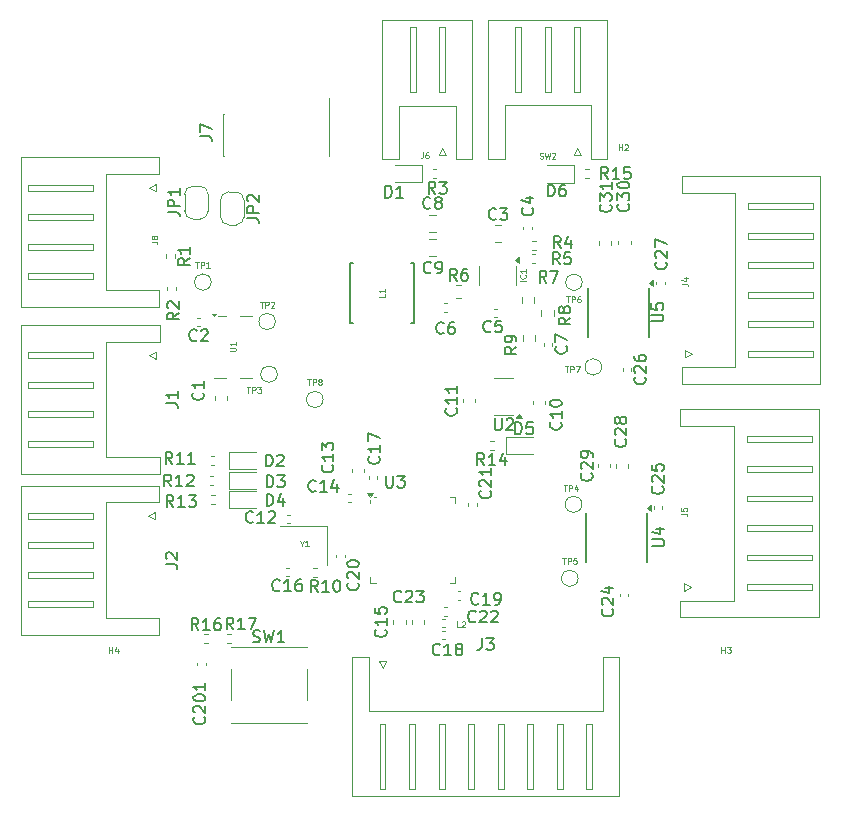
<source format=gbr>
%TF.GenerationSoftware,KiCad,Pcbnew,8.0.5*%
%TF.CreationDate,2024-10-23T09:12:10+02:00*%
%TF.ProjectId,ESE_AL8,4553455f-414c-4382-9e6b-696361645f70,rev?*%
%TF.SameCoordinates,Original*%
%TF.FileFunction,Legend,Top*%
%TF.FilePolarity,Positive*%
%FSLAX46Y46*%
G04 Gerber Fmt 4.6, Leading zero omitted, Abs format (unit mm)*
G04 Created by KiCad (PCBNEW 8.0.5) date 2024-10-23 09:12:10*
%MOMM*%
%LPD*%
G01*
G04 APERTURE LIST*
%ADD10C,0.125000*%
%ADD11C,0.150000*%
%ADD12C,0.120000*%
%ADD13C,0.152400*%
G04 APERTURE END LIST*
D10*
X147449048Y-92916809D02*
X147734762Y-92916809D01*
X147591905Y-93416809D02*
X147591905Y-92916809D01*
X147901428Y-93416809D02*
X147901428Y-92916809D01*
X147901428Y-92916809D02*
X148091904Y-92916809D01*
X148091904Y-92916809D02*
X148139523Y-92940619D01*
X148139523Y-92940619D02*
X148163333Y-92964428D01*
X148163333Y-92964428D02*
X148187142Y-93012047D01*
X148187142Y-93012047D02*
X148187142Y-93083476D01*
X148187142Y-93083476D02*
X148163333Y-93131095D01*
X148163333Y-93131095D02*
X148139523Y-93154904D01*
X148139523Y-93154904D02*
X148091904Y-93178714D01*
X148091904Y-93178714D02*
X147901428Y-93178714D01*
X148472857Y-93131095D02*
X148425238Y-93107285D01*
X148425238Y-93107285D02*
X148401428Y-93083476D01*
X148401428Y-93083476D02*
X148377619Y-93035857D01*
X148377619Y-93035857D02*
X148377619Y-93012047D01*
X148377619Y-93012047D02*
X148401428Y-92964428D01*
X148401428Y-92964428D02*
X148425238Y-92940619D01*
X148425238Y-92940619D02*
X148472857Y-92916809D01*
X148472857Y-92916809D02*
X148568095Y-92916809D01*
X148568095Y-92916809D02*
X148615714Y-92940619D01*
X148615714Y-92940619D02*
X148639523Y-92964428D01*
X148639523Y-92964428D02*
X148663333Y-93012047D01*
X148663333Y-93012047D02*
X148663333Y-93035857D01*
X148663333Y-93035857D02*
X148639523Y-93083476D01*
X148639523Y-93083476D02*
X148615714Y-93107285D01*
X148615714Y-93107285D02*
X148568095Y-93131095D01*
X148568095Y-93131095D02*
X148472857Y-93131095D01*
X148472857Y-93131095D02*
X148425238Y-93154904D01*
X148425238Y-93154904D02*
X148401428Y-93178714D01*
X148401428Y-93178714D02*
X148377619Y-93226333D01*
X148377619Y-93226333D02*
X148377619Y-93321571D01*
X148377619Y-93321571D02*
X148401428Y-93369190D01*
X148401428Y-93369190D02*
X148425238Y-93393000D01*
X148425238Y-93393000D02*
X148472857Y-93416809D01*
X148472857Y-93416809D02*
X148568095Y-93416809D01*
X148568095Y-93416809D02*
X148615714Y-93393000D01*
X148615714Y-93393000D02*
X148639523Y-93369190D01*
X148639523Y-93369190D02*
X148663333Y-93321571D01*
X148663333Y-93321571D02*
X148663333Y-93226333D01*
X148663333Y-93226333D02*
X148639523Y-93178714D01*
X148639523Y-93178714D02*
X148615714Y-93154904D01*
X148615714Y-93154904D02*
X148568095Y-93131095D01*
D11*
X138227142Y-114164819D02*
X137893809Y-113688628D01*
X137655714Y-114164819D02*
X137655714Y-113164819D01*
X137655714Y-113164819D02*
X138036666Y-113164819D01*
X138036666Y-113164819D02*
X138131904Y-113212438D01*
X138131904Y-113212438D02*
X138179523Y-113260057D01*
X138179523Y-113260057D02*
X138227142Y-113355295D01*
X138227142Y-113355295D02*
X138227142Y-113498152D01*
X138227142Y-113498152D02*
X138179523Y-113593390D01*
X138179523Y-113593390D02*
X138131904Y-113641009D01*
X138131904Y-113641009D02*
X138036666Y-113688628D01*
X138036666Y-113688628D02*
X137655714Y-113688628D01*
X139179523Y-114164819D02*
X138608095Y-114164819D01*
X138893809Y-114164819D02*
X138893809Y-113164819D01*
X138893809Y-113164819D02*
X138798571Y-113307676D01*
X138798571Y-113307676D02*
X138703333Y-113402914D01*
X138703333Y-113402914D02*
X138608095Y-113450533D01*
X140036666Y-113164819D02*
X139846190Y-113164819D01*
X139846190Y-113164819D02*
X139750952Y-113212438D01*
X139750952Y-113212438D02*
X139703333Y-113260057D01*
X139703333Y-113260057D02*
X139608095Y-113402914D01*
X139608095Y-113402914D02*
X139560476Y-113593390D01*
X139560476Y-113593390D02*
X139560476Y-113974342D01*
X139560476Y-113974342D02*
X139608095Y-114069580D01*
X139608095Y-114069580D02*
X139655714Y-114117200D01*
X139655714Y-114117200D02*
X139750952Y-114164819D01*
X139750952Y-114164819D02*
X139941428Y-114164819D01*
X139941428Y-114164819D02*
X140036666Y-114117200D01*
X140036666Y-114117200D02*
X140084285Y-114069580D01*
X140084285Y-114069580D02*
X140131904Y-113974342D01*
X140131904Y-113974342D02*
X140131904Y-113736247D01*
X140131904Y-113736247D02*
X140084285Y-113641009D01*
X140084285Y-113641009D02*
X140036666Y-113593390D01*
X140036666Y-113593390D02*
X139941428Y-113545771D01*
X139941428Y-113545771D02*
X139750952Y-113545771D01*
X139750952Y-113545771D02*
X139655714Y-113593390D01*
X139655714Y-113593390D02*
X139608095Y-113641009D01*
X139608095Y-113641009D02*
X139560476Y-113736247D01*
X143996905Y-102074819D02*
X143996905Y-101074819D01*
X143996905Y-101074819D02*
X144235000Y-101074819D01*
X144235000Y-101074819D02*
X144377857Y-101122438D01*
X144377857Y-101122438D02*
X144473095Y-101217676D01*
X144473095Y-101217676D02*
X144520714Y-101312914D01*
X144520714Y-101312914D02*
X144568333Y-101503390D01*
X144568333Y-101503390D02*
X144568333Y-101646247D01*
X144568333Y-101646247D02*
X144520714Y-101836723D01*
X144520714Y-101836723D02*
X144473095Y-101931961D01*
X144473095Y-101931961D02*
X144377857Y-102027200D01*
X144377857Y-102027200D02*
X144235000Y-102074819D01*
X144235000Y-102074819D02*
X143996905Y-102074819D01*
X144901667Y-101074819D02*
X145520714Y-101074819D01*
X145520714Y-101074819D02*
X145187381Y-101455771D01*
X145187381Y-101455771D02*
X145330238Y-101455771D01*
X145330238Y-101455771D02*
X145425476Y-101503390D01*
X145425476Y-101503390D02*
X145473095Y-101551009D01*
X145473095Y-101551009D02*
X145520714Y-101646247D01*
X145520714Y-101646247D02*
X145520714Y-101884342D01*
X145520714Y-101884342D02*
X145473095Y-101979580D01*
X145473095Y-101979580D02*
X145425476Y-102027200D01*
X145425476Y-102027200D02*
X145330238Y-102074819D01*
X145330238Y-102074819D02*
X145044524Y-102074819D01*
X145044524Y-102074819D02*
X144949286Y-102027200D01*
X144949286Y-102027200D02*
X144901667Y-101979580D01*
D10*
X130659047Y-116094809D02*
X130659047Y-115594809D01*
X130659047Y-115832904D02*
X130944761Y-115832904D01*
X130944761Y-116094809D02*
X130944761Y-115594809D01*
X131397143Y-115761476D02*
X131397143Y-116094809D01*
X131278095Y-115571000D02*
X131159048Y-115928142D01*
X131159048Y-115928142D02*
X131468571Y-115928142D01*
X146969405Y-106846714D02*
X146969405Y-107084809D01*
X146802739Y-106584809D02*
X146969405Y-106846714D01*
X146969405Y-106846714D02*
X147136072Y-106584809D01*
X147564643Y-107084809D02*
X147278929Y-107084809D01*
X147421786Y-107084809D02*
X147421786Y-106584809D01*
X147421786Y-106584809D02*
X147374167Y-106656238D01*
X147374167Y-106656238D02*
X147326548Y-106703857D01*
X147326548Y-106703857D02*
X147278929Y-106727666D01*
X165944809Y-84618094D02*
X165444809Y-84618094D01*
X165897190Y-84094285D02*
X165921000Y-84118094D01*
X165921000Y-84118094D02*
X165944809Y-84189523D01*
X165944809Y-84189523D02*
X165944809Y-84237142D01*
X165944809Y-84237142D02*
X165921000Y-84308570D01*
X165921000Y-84308570D02*
X165873380Y-84356189D01*
X165873380Y-84356189D02*
X165825761Y-84379999D01*
X165825761Y-84379999D02*
X165730523Y-84403808D01*
X165730523Y-84403808D02*
X165659095Y-84403808D01*
X165659095Y-84403808D02*
X165563857Y-84379999D01*
X165563857Y-84379999D02*
X165516238Y-84356189D01*
X165516238Y-84356189D02*
X165468619Y-84308570D01*
X165468619Y-84308570D02*
X165444809Y-84237142D01*
X165444809Y-84237142D02*
X165444809Y-84189523D01*
X165444809Y-84189523D02*
X165468619Y-84118094D01*
X165468619Y-84118094D02*
X165492428Y-84094285D01*
X165944809Y-83618094D02*
X165944809Y-83903808D01*
X165944809Y-83760951D02*
X165444809Y-83760951D01*
X165444809Y-83760951D02*
X165516238Y-83808570D01*
X165516238Y-83808570D02*
X165563857Y-83856189D01*
X165563857Y-83856189D02*
X165587666Y-83903808D01*
X153994809Y-85713333D02*
X153994809Y-85951428D01*
X153994809Y-85951428D02*
X153494809Y-85951428D01*
X153994809Y-85284761D02*
X153994809Y-85570475D01*
X153994809Y-85427618D02*
X153494809Y-85427618D01*
X153494809Y-85427618D02*
X153566238Y-85475237D01*
X153566238Y-85475237D02*
X153613857Y-85522856D01*
X153613857Y-85522856D02*
X153637666Y-85570475D01*
D11*
X142841667Y-115147200D02*
X142984524Y-115194819D01*
X142984524Y-115194819D02*
X143222619Y-115194819D01*
X143222619Y-115194819D02*
X143317857Y-115147200D01*
X143317857Y-115147200D02*
X143365476Y-115099580D01*
X143365476Y-115099580D02*
X143413095Y-115004342D01*
X143413095Y-115004342D02*
X143413095Y-114909104D01*
X143413095Y-114909104D02*
X143365476Y-114813866D01*
X143365476Y-114813866D02*
X143317857Y-114766247D01*
X143317857Y-114766247D02*
X143222619Y-114718628D01*
X143222619Y-114718628D02*
X143032143Y-114671009D01*
X143032143Y-114671009D02*
X142936905Y-114623390D01*
X142936905Y-114623390D02*
X142889286Y-114575771D01*
X142889286Y-114575771D02*
X142841667Y-114480533D01*
X142841667Y-114480533D02*
X142841667Y-114385295D01*
X142841667Y-114385295D02*
X142889286Y-114290057D01*
X142889286Y-114290057D02*
X142936905Y-114242438D01*
X142936905Y-114242438D02*
X143032143Y-114194819D01*
X143032143Y-114194819D02*
X143270238Y-114194819D01*
X143270238Y-114194819D02*
X143413095Y-114242438D01*
X143746429Y-114194819D02*
X143984524Y-115194819D01*
X143984524Y-115194819D02*
X144175000Y-114480533D01*
X144175000Y-114480533D02*
X144365476Y-115194819D01*
X144365476Y-115194819D02*
X144603572Y-114194819D01*
X145508333Y-115194819D02*
X144936905Y-115194819D01*
X145222619Y-115194819D02*
X145222619Y-114194819D01*
X145222619Y-114194819D02*
X145127381Y-114337676D01*
X145127381Y-114337676D02*
X145032143Y-114432914D01*
X145032143Y-114432914D02*
X144936905Y-114480533D01*
X142837142Y-104999580D02*
X142789523Y-105047200D01*
X142789523Y-105047200D02*
X142646666Y-105094819D01*
X142646666Y-105094819D02*
X142551428Y-105094819D01*
X142551428Y-105094819D02*
X142408571Y-105047200D01*
X142408571Y-105047200D02*
X142313333Y-104951961D01*
X142313333Y-104951961D02*
X142265714Y-104856723D01*
X142265714Y-104856723D02*
X142218095Y-104666247D01*
X142218095Y-104666247D02*
X142218095Y-104523390D01*
X142218095Y-104523390D02*
X142265714Y-104332914D01*
X142265714Y-104332914D02*
X142313333Y-104237676D01*
X142313333Y-104237676D02*
X142408571Y-104142438D01*
X142408571Y-104142438D02*
X142551428Y-104094819D01*
X142551428Y-104094819D02*
X142646666Y-104094819D01*
X142646666Y-104094819D02*
X142789523Y-104142438D01*
X142789523Y-104142438D02*
X142837142Y-104190057D01*
X143789523Y-105094819D02*
X143218095Y-105094819D01*
X143503809Y-105094819D02*
X143503809Y-104094819D01*
X143503809Y-104094819D02*
X143408571Y-104237676D01*
X143408571Y-104237676D02*
X143313333Y-104332914D01*
X143313333Y-104332914D02*
X143218095Y-104380533D01*
X144170476Y-104190057D02*
X144218095Y-104142438D01*
X144218095Y-104142438D02*
X144313333Y-104094819D01*
X144313333Y-104094819D02*
X144551428Y-104094819D01*
X144551428Y-104094819D02*
X144646666Y-104142438D01*
X144646666Y-104142438D02*
X144694285Y-104190057D01*
X144694285Y-104190057D02*
X144741904Y-104285295D01*
X144741904Y-104285295D02*
X144741904Y-104380533D01*
X144741904Y-104380533D02*
X144694285Y-104523390D01*
X144694285Y-104523390D02*
X144122857Y-105094819D01*
X144122857Y-105094819D02*
X144741904Y-105094819D01*
X148317142Y-110924819D02*
X147983809Y-110448628D01*
X147745714Y-110924819D02*
X147745714Y-109924819D01*
X147745714Y-109924819D02*
X148126666Y-109924819D01*
X148126666Y-109924819D02*
X148221904Y-109972438D01*
X148221904Y-109972438D02*
X148269523Y-110020057D01*
X148269523Y-110020057D02*
X148317142Y-110115295D01*
X148317142Y-110115295D02*
X148317142Y-110258152D01*
X148317142Y-110258152D02*
X148269523Y-110353390D01*
X148269523Y-110353390D02*
X148221904Y-110401009D01*
X148221904Y-110401009D02*
X148126666Y-110448628D01*
X148126666Y-110448628D02*
X147745714Y-110448628D01*
X149269523Y-110924819D02*
X148698095Y-110924819D01*
X148983809Y-110924819D02*
X148983809Y-109924819D01*
X148983809Y-109924819D02*
X148888571Y-110067676D01*
X148888571Y-110067676D02*
X148793333Y-110162914D01*
X148793333Y-110162914D02*
X148698095Y-110210533D01*
X149888571Y-109924819D02*
X149983809Y-109924819D01*
X149983809Y-109924819D02*
X150079047Y-109972438D01*
X150079047Y-109972438D02*
X150126666Y-110020057D01*
X150126666Y-110020057D02*
X150174285Y-110115295D01*
X150174285Y-110115295D02*
X150221904Y-110305771D01*
X150221904Y-110305771D02*
X150221904Y-110543866D01*
X150221904Y-110543866D02*
X150174285Y-110734342D01*
X150174285Y-110734342D02*
X150126666Y-110829580D01*
X150126666Y-110829580D02*
X150079047Y-110877200D01*
X150079047Y-110877200D02*
X149983809Y-110924819D01*
X149983809Y-110924819D02*
X149888571Y-110924819D01*
X149888571Y-110924819D02*
X149793333Y-110877200D01*
X149793333Y-110877200D02*
X149745714Y-110829580D01*
X149745714Y-110829580D02*
X149698095Y-110734342D01*
X149698095Y-110734342D02*
X149650476Y-110543866D01*
X149650476Y-110543866D02*
X149650476Y-110305771D01*
X149650476Y-110305771D02*
X149698095Y-110115295D01*
X149698095Y-110115295D02*
X149745714Y-110020057D01*
X149745714Y-110020057D02*
X149793333Y-109972438D01*
X149793333Y-109972438D02*
X149888571Y-109924819D01*
X163318095Y-96242319D02*
X163318095Y-97051842D01*
X163318095Y-97051842D02*
X163365714Y-97147080D01*
X163365714Y-97147080D02*
X163413333Y-97194700D01*
X163413333Y-97194700D02*
X163508571Y-97242319D01*
X163508571Y-97242319D02*
X163699047Y-97242319D01*
X163699047Y-97242319D02*
X163794285Y-97194700D01*
X163794285Y-97194700D02*
X163841904Y-97147080D01*
X163841904Y-97147080D02*
X163889523Y-97051842D01*
X163889523Y-97051842D02*
X163889523Y-96242319D01*
X164318095Y-96337557D02*
X164365714Y-96289938D01*
X164365714Y-96289938D02*
X164460952Y-96242319D01*
X164460952Y-96242319D02*
X164699047Y-96242319D01*
X164699047Y-96242319D02*
X164794285Y-96289938D01*
X164794285Y-96289938D02*
X164841904Y-96337557D01*
X164841904Y-96337557D02*
X164889523Y-96432795D01*
X164889523Y-96432795D02*
X164889523Y-96528033D01*
X164889523Y-96528033D02*
X164841904Y-96670890D01*
X164841904Y-96670890D02*
X164270476Y-97242319D01*
X164270476Y-97242319D02*
X164889523Y-97242319D01*
X148157142Y-102359580D02*
X148109523Y-102407200D01*
X148109523Y-102407200D02*
X147966666Y-102454819D01*
X147966666Y-102454819D02*
X147871428Y-102454819D01*
X147871428Y-102454819D02*
X147728571Y-102407200D01*
X147728571Y-102407200D02*
X147633333Y-102311961D01*
X147633333Y-102311961D02*
X147585714Y-102216723D01*
X147585714Y-102216723D02*
X147538095Y-102026247D01*
X147538095Y-102026247D02*
X147538095Y-101883390D01*
X147538095Y-101883390D02*
X147585714Y-101692914D01*
X147585714Y-101692914D02*
X147633333Y-101597676D01*
X147633333Y-101597676D02*
X147728571Y-101502438D01*
X147728571Y-101502438D02*
X147871428Y-101454819D01*
X147871428Y-101454819D02*
X147966666Y-101454819D01*
X147966666Y-101454819D02*
X148109523Y-101502438D01*
X148109523Y-101502438D02*
X148157142Y-101550057D01*
X149109523Y-102454819D02*
X148538095Y-102454819D01*
X148823809Y-102454819D02*
X148823809Y-101454819D01*
X148823809Y-101454819D02*
X148728571Y-101597676D01*
X148728571Y-101597676D02*
X148633333Y-101692914D01*
X148633333Y-101692914D02*
X148538095Y-101740533D01*
X149966666Y-101788152D02*
X149966666Y-102454819D01*
X149728571Y-101407200D02*
X149490476Y-102121485D01*
X149490476Y-102121485D02*
X150109523Y-102121485D01*
X143926905Y-100304819D02*
X143926905Y-99304819D01*
X143926905Y-99304819D02*
X144165000Y-99304819D01*
X144165000Y-99304819D02*
X144307857Y-99352438D01*
X144307857Y-99352438D02*
X144403095Y-99447676D01*
X144403095Y-99447676D02*
X144450714Y-99542914D01*
X144450714Y-99542914D02*
X144498333Y-99733390D01*
X144498333Y-99733390D02*
X144498333Y-99876247D01*
X144498333Y-99876247D02*
X144450714Y-100066723D01*
X144450714Y-100066723D02*
X144403095Y-100161961D01*
X144403095Y-100161961D02*
X144307857Y-100257200D01*
X144307857Y-100257200D02*
X144165000Y-100304819D01*
X144165000Y-100304819D02*
X143926905Y-100304819D01*
X144879286Y-99400057D02*
X144926905Y-99352438D01*
X144926905Y-99352438D02*
X145022143Y-99304819D01*
X145022143Y-99304819D02*
X145260238Y-99304819D01*
X145260238Y-99304819D02*
X145355476Y-99352438D01*
X145355476Y-99352438D02*
X145403095Y-99400057D01*
X145403095Y-99400057D02*
X145450714Y-99495295D01*
X145450714Y-99495295D02*
X145450714Y-99590533D01*
X145450714Y-99590533D02*
X145403095Y-99733390D01*
X145403095Y-99733390D02*
X144831667Y-100304819D01*
X144831667Y-100304819D02*
X145450714Y-100304819D01*
X138073333Y-89609580D02*
X138025714Y-89657200D01*
X138025714Y-89657200D02*
X137882857Y-89704819D01*
X137882857Y-89704819D02*
X137787619Y-89704819D01*
X137787619Y-89704819D02*
X137644762Y-89657200D01*
X137644762Y-89657200D02*
X137549524Y-89561961D01*
X137549524Y-89561961D02*
X137501905Y-89466723D01*
X137501905Y-89466723D02*
X137454286Y-89276247D01*
X137454286Y-89276247D02*
X137454286Y-89133390D01*
X137454286Y-89133390D02*
X137501905Y-88942914D01*
X137501905Y-88942914D02*
X137549524Y-88847676D01*
X137549524Y-88847676D02*
X137644762Y-88752438D01*
X137644762Y-88752438D02*
X137787619Y-88704819D01*
X137787619Y-88704819D02*
X137882857Y-88704819D01*
X137882857Y-88704819D02*
X138025714Y-88752438D01*
X138025714Y-88752438D02*
X138073333Y-88800057D01*
X138454286Y-88800057D02*
X138501905Y-88752438D01*
X138501905Y-88752438D02*
X138597143Y-88704819D01*
X138597143Y-88704819D02*
X138835238Y-88704819D01*
X138835238Y-88704819D02*
X138930476Y-88752438D01*
X138930476Y-88752438D02*
X138978095Y-88800057D01*
X138978095Y-88800057D02*
X139025714Y-88895295D01*
X139025714Y-88895295D02*
X139025714Y-88990533D01*
X139025714Y-88990533D02*
X138978095Y-89133390D01*
X138978095Y-89133390D02*
X138406667Y-89704819D01*
X138406667Y-89704819D02*
X139025714Y-89704819D01*
X142344819Y-79293333D02*
X143059104Y-79293333D01*
X143059104Y-79293333D02*
X143201961Y-79340952D01*
X143201961Y-79340952D02*
X143297200Y-79436190D01*
X143297200Y-79436190D02*
X143344819Y-79579047D01*
X143344819Y-79579047D02*
X143344819Y-79674285D01*
X143344819Y-78817142D02*
X142344819Y-78817142D01*
X142344819Y-78817142D02*
X142344819Y-78436190D01*
X142344819Y-78436190D02*
X142392438Y-78340952D01*
X142392438Y-78340952D02*
X142440057Y-78293333D01*
X142440057Y-78293333D02*
X142535295Y-78245714D01*
X142535295Y-78245714D02*
X142678152Y-78245714D01*
X142678152Y-78245714D02*
X142773390Y-78293333D01*
X142773390Y-78293333D02*
X142821009Y-78340952D01*
X142821009Y-78340952D02*
X142868628Y-78436190D01*
X142868628Y-78436190D02*
X142868628Y-78817142D01*
X142440057Y-77864761D02*
X142392438Y-77817142D01*
X142392438Y-77817142D02*
X142344819Y-77721904D01*
X142344819Y-77721904D02*
X142344819Y-77483809D01*
X142344819Y-77483809D02*
X142392438Y-77388571D01*
X142392438Y-77388571D02*
X142440057Y-77340952D01*
X142440057Y-77340952D02*
X142535295Y-77293333D01*
X142535295Y-77293333D02*
X142630533Y-77293333D01*
X142630533Y-77293333D02*
X142773390Y-77340952D01*
X142773390Y-77340952D02*
X143344819Y-77912380D01*
X143344819Y-77912380D02*
X143344819Y-77293333D01*
X162973333Y-88859580D02*
X162925714Y-88907200D01*
X162925714Y-88907200D02*
X162782857Y-88954819D01*
X162782857Y-88954819D02*
X162687619Y-88954819D01*
X162687619Y-88954819D02*
X162544762Y-88907200D01*
X162544762Y-88907200D02*
X162449524Y-88811961D01*
X162449524Y-88811961D02*
X162401905Y-88716723D01*
X162401905Y-88716723D02*
X162354286Y-88526247D01*
X162354286Y-88526247D02*
X162354286Y-88383390D01*
X162354286Y-88383390D02*
X162401905Y-88192914D01*
X162401905Y-88192914D02*
X162449524Y-88097676D01*
X162449524Y-88097676D02*
X162544762Y-88002438D01*
X162544762Y-88002438D02*
X162687619Y-87954819D01*
X162687619Y-87954819D02*
X162782857Y-87954819D01*
X162782857Y-87954819D02*
X162925714Y-88002438D01*
X162925714Y-88002438D02*
X162973333Y-88050057D01*
X163878095Y-87954819D02*
X163401905Y-87954819D01*
X163401905Y-87954819D02*
X163354286Y-88431009D01*
X163354286Y-88431009D02*
X163401905Y-88383390D01*
X163401905Y-88383390D02*
X163497143Y-88335771D01*
X163497143Y-88335771D02*
X163735238Y-88335771D01*
X163735238Y-88335771D02*
X163830476Y-88383390D01*
X163830476Y-88383390D02*
X163878095Y-88431009D01*
X163878095Y-88431009D02*
X163925714Y-88526247D01*
X163925714Y-88526247D02*
X163925714Y-88764342D01*
X163925714Y-88764342D02*
X163878095Y-88859580D01*
X163878095Y-88859580D02*
X163830476Y-88907200D01*
X163830476Y-88907200D02*
X163735238Y-88954819D01*
X163735238Y-88954819D02*
X163497143Y-88954819D01*
X163497143Y-88954819D02*
X163401905Y-88907200D01*
X163401905Y-88907200D02*
X163354286Y-88859580D01*
X154059580Y-114117857D02*
X154107200Y-114165476D01*
X154107200Y-114165476D02*
X154154819Y-114308333D01*
X154154819Y-114308333D02*
X154154819Y-114403571D01*
X154154819Y-114403571D02*
X154107200Y-114546428D01*
X154107200Y-114546428D02*
X154011961Y-114641666D01*
X154011961Y-114641666D02*
X153916723Y-114689285D01*
X153916723Y-114689285D02*
X153726247Y-114736904D01*
X153726247Y-114736904D02*
X153583390Y-114736904D01*
X153583390Y-114736904D02*
X153392914Y-114689285D01*
X153392914Y-114689285D02*
X153297676Y-114641666D01*
X153297676Y-114641666D02*
X153202438Y-114546428D01*
X153202438Y-114546428D02*
X153154819Y-114403571D01*
X153154819Y-114403571D02*
X153154819Y-114308333D01*
X153154819Y-114308333D02*
X153202438Y-114165476D01*
X153202438Y-114165476D02*
X153250057Y-114117857D01*
X154154819Y-113165476D02*
X154154819Y-113736904D01*
X154154819Y-113451190D02*
X153154819Y-113451190D01*
X153154819Y-113451190D02*
X153297676Y-113546428D01*
X153297676Y-113546428D02*
X153392914Y-113641666D01*
X153392914Y-113641666D02*
X153440533Y-113736904D01*
X153154819Y-112260714D02*
X153154819Y-112736904D01*
X153154819Y-112736904D02*
X153631009Y-112784523D01*
X153631009Y-112784523D02*
X153583390Y-112736904D01*
X153583390Y-112736904D02*
X153535771Y-112641666D01*
X153535771Y-112641666D02*
X153535771Y-112403571D01*
X153535771Y-112403571D02*
X153583390Y-112308333D01*
X153583390Y-112308333D02*
X153631009Y-112260714D01*
X153631009Y-112260714D02*
X153726247Y-112213095D01*
X153726247Y-112213095D02*
X153964342Y-112213095D01*
X153964342Y-112213095D02*
X154059580Y-112260714D01*
X154059580Y-112260714D02*
X154107200Y-112308333D01*
X154107200Y-112308333D02*
X154154819Y-112403571D01*
X154154819Y-112403571D02*
X154154819Y-112641666D01*
X154154819Y-112641666D02*
X154107200Y-112736904D01*
X154107200Y-112736904D02*
X154059580Y-112784523D01*
X136104642Y-103734819D02*
X135771309Y-103258628D01*
X135533214Y-103734819D02*
X135533214Y-102734819D01*
X135533214Y-102734819D02*
X135914166Y-102734819D01*
X135914166Y-102734819D02*
X136009404Y-102782438D01*
X136009404Y-102782438D02*
X136057023Y-102830057D01*
X136057023Y-102830057D02*
X136104642Y-102925295D01*
X136104642Y-102925295D02*
X136104642Y-103068152D01*
X136104642Y-103068152D02*
X136057023Y-103163390D01*
X136057023Y-103163390D02*
X136009404Y-103211009D01*
X136009404Y-103211009D02*
X135914166Y-103258628D01*
X135914166Y-103258628D02*
X135533214Y-103258628D01*
X137057023Y-103734819D02*
X136485595Y-103734819D01*
X136771309Y-103734819D02*
X136771309Y-102734819D01*
X136771309Y-102734819D02*
X136676071Y-102877676D01*
X136676071Y-102877676D02*
X136580833Y-102972914D01*
X136580833Y-102972914D02*
X136485595Y-103020533D01*
X137390357Y-102734819D02*
X138009404Y-102734819D01*
X138009404Y-102734819D02*
X137676071Y-103115771D01*
X137676071Y-103115771D02*
X137818928Y-103115771D01*
X137818928Y-103115771D02*
X137914166Y-103163390D01*
X137914166Y-103163390D02*
X137961785Y-103211009D01*
X137961785Y-103211009D02*
X138009404Y-103306247D01*
X138009404Y-103306247D02*
X138009404Y-103544342D01*
X138009404Y-103544342D02*
X137961785Y-103639580D01*
X137961785Y-103639580D02*
X137914166Y-103687200D01*
X137914166Y-103687200D02*
X137818928Y-103734819D01*
X137818928Y-103734819D02*
X137533214Y-103734819D01*
X137533214Y-103734819D02*
X137437976Y-103687200D01*
X137437976Y-103687200D02*
X137390357Y-103639580D01*
X137504819Y-82679166D02*
X137028628Y-83012499D01*
X137504819Y-83250594D02*
X136504819Y-83250594D01*
X136504819Y-83250594D02*
X136504819Y-82869642D01*
X136504819Y-82869642D02*
X136552438Y-82774404D01*
X136552438Y-82774404D02*
X136600057Y-82726785D01*
X136600057Y-82726785D02*
X136695295Y-82679166D01*
X136695295Y-82679166D02*
X136838152Y-82679166D01*
X136838152Y-82679166D02*
X136933390Y-82726785D01*
X136933390Y-82726785D02*
X136981009Y-82774404D01*
X136981009Y-82774404D02*
X137028628Y-82869642D01*
X137028628Y-82869642D02*
X137028628Y-83250594D01*
X137504819Y-81726785D02*
X137504819Y-82298213D01*
X137504819Y-82012499D02*
X136504819Y-82012499D01*
X136504819Y-82012499D02*
X136647676Y-82107737D01*
X136647676Y-82107737D02*
X136742914Y-82202975D01*
X136742914Y-82202975D02*
X136790533Y-82298213D01*
D10*
X169369048Y-85904809D02*
X169654762Y-85904809D01*
X169511905Y-86404809D02*
X169511905Y-85904809D01*
X169821428Y-86404809D02*
X169821428Y-85904809D01*
X169821428Y-85904809D02*
X170011904Y-85904809D01*
X170011904Y-85904809D02*
X170059523Y-85928619D01*
X170059523Y-85928619D02*
X170083333Y-85952428D01*
X170083333Y-85952428D02*
X170107142Y-86000047D01*
X170107142Y-86000047D02*
X170107142Y-86071476D01*
X170107142Y-86071476D02*
X170083333Y-86119095D01*
X170083333Y-86119095D02*
X170059523Y-86142904D01*
X170059523Y-86142904D02*
X170011904Y-86166714D01*
X170011904Y-86166714D02*
X169821428Y-86166714D01*
X170535714Y-85904809D02*
X170440476Y-85904809D01*
X170440476Y-85904809D02*
X170392857Y-85928619D01*
X170392857Y-85928619D02*
X170369047Y-85952428D01*
X170369047Y-85952428D02*
X170321428Y-86023857D01*
X170321428Y-86023857D02*
X170297619Y-86119095D01*
X170297619Y-86119095D02*
X170297619Y-86309571D01*
X170297619Y-86309571D02*
X170321428Y-86357190D01*
X170321428Y-86357190D02*
X170345238Y-86381000D01*
X170345238Y-86381000D02*
X170392857Y-86404809D01*
X170392857Y-86404809D02*
X170488095Y-86404809D01*
X170488095Y-86404809D02*
X170535714Y-86381000D01*
X170535714Y-86381000D02*
X170559523Y-86357190D01*
X170559523Y-86357190D02*
X170583333Y-86309571D01*
X170583333Y-86309571D02*
X170583333Y-86190523D01*
X170583333Y-86190523D02*
X170559523Y-86142904D01*
X170559523Y-86142904D02*
X170535714Y-86119095D01*
X170535714Y-86119095D02*
X170488095Y-86095285D01*
X170488095Y-86095285D02*
X170392857Y-86095285D01*
X170392857Y-86095285D02*
X170345238Y-86119095D01*
X170345238Y-86119095D02*
X170321428Y-86142904D01*
X170321428Y-86142904D02*
X170297619Y-86190523D01*
D11*
X168893333Y-81824819D02*
X168560000Y-81348628D01*
X168321905Y-81824819D02*
X168321905Y-80824819D01*
X168321905Y-80824819D02*
X168702857Y-80824819D01*
X168702857Y-80824819D02*
X168798095Y-80872438D01*
X168798095Y-80872438D02*
X168845714Y-80920057D01*
X168845714Y-80920057D02*
X168893333Y-81015295D01*
X168893333Y-81015295D02*
X168893333Y-81158152D01*
X168893333Y-81158152D02*
X168845714Y-81253390D01*
X168845714Y-81253390D02*
X168798095Y-81301009D01*
X168798095Y-81301009D02*
X168702857Y-81348628D01*
X168702857Y-81348628D02*
X168321905Y-81348628D01*
X169750476Y-81158152D02*
X169750476Y-81824819D01*
X169512381Y-80777200D02*
X169274286Y-81491485D01*
X169274286Y-81491485D02*
X169893333Y-81491485D01*
D10*
X182499047Y-116084809D02*
X182499047Y-115584809D01*
X182499047Y-115822904D02*
X182784761Y-115822904D01*
X182784761Y-116084809D02*
X182784761Y-115584809D01*
X182975238Y-115584809D02*
X183284762Y-115584809D01*
X183284762Y-115584809D02*
X183118095Y-115775285D01*
X183118095Y-115775285D02*
X183189524Y-115775285D01*
X183189524Y-115775285D02*
X183237143Y-115799095D01*
X183237143Y-115799095D02*
X183260952Y-115822904D01*
X183260952Y-115822904D02*
X183284762Y-115870523D01*
X183284762Y-115870523D02*
X183284762Y-115989571D01*
X183284762Y-115989571D02*
X183260952Y-116037190D01*
X183260952Y-116037190D02*
X183237143Y-116061000D01*
X183237143Y-116061000D02*
X183189524Y-116084809D01*
X183189524Y-116084809D02*
X183046667Y-116084809D01*
X183046667Y-116084809D02*
X182999048Y-116061000D01*
X182999048Y-116061000D02*
X182975238Y-116037190D01*
X169139048Y-101904809D02*
X169424762Y-101904809D01*
X169281905Y-102404809D02*
X169281905Y-101904809D01*
X169591428Y-102404809D02*
X169591428Y-101904809D01*
X169591428Y-101904809D02*
X169781904Y-101904809D01*
X169781904Y-101904809D02*
X169829523Y-101928619D01*
X169829523Y-101928619D02*
X169853333Y-101952428D01*
X169853333Y-101952428D02*
X169877142Y-102000047D01*
X169877142Y-102000047D02*
X169877142Y-102071476D01*
X169877142Y-102071476D02*
X169853333Y-102119095D01*
X169853333Y-102119095D02*
X169829523Y-102142904D01*
X169829523Y-102142904D02*
X169781904Y-102166714D01*
X169781904Y-102166714D02*
X169591428Y-102166714D01*
X170305714Y-102071476D02*
X170305714Y-102404809D01*
X170186666Y-101881000D02*
X170067619Y-102238142D01*
X170067619Y-102238142D02*
X170377142Y-102238142D01*
D11*
X162919580Y-102382857D02*
X162967200Y-102430476D01*
X162967200Y-102430476D02*
X163014819Y-102573333D01*
X163014819Y-102573333D02*
X163014819Y-102668571D01*
X163014819Y-102668571D02*
X162967200Y-102811428D01*
X162967200Y-102811428D02*
X162871961Y-102906666D01*
X162871961Y-102906666D02*
X162776723Y-102954285D01*
X162776723Y-102954285D02*
X162586247Y-103001904D01*
X162586247Y-103001904D02*
X162443390Y-103001904D01*
X162443390Y-103001904D02*
X162252914Y-102954285D01*
X162252914Y-102954285D02*
X162157676Y-102906666D01*
X162157676Y-102906666D02*
X162062438Y-102811428D01*
X162062438Y-102811428D02*
X162014819Y-102668571D01*
X162014819Y-102668571D02*
X162014819Y-102573333D01*
X162014819Y-102573333D02*
X162062438Y-102430476D01*
X162062438Y-102430476D02*
X162110057Y-102382857D01*
X162110057Y-102001904D02*
X162062438Y-101954285D01*
X162062438Y-101954285D02*
X162014819Y-101859047D01*
X162014819Y-101859047D02*
X162014819Y-101620952D01*
X162014819Y-101620952D02*
X162062438Y-101525714D01*
X162062438Y-101525714D02*
X162110057Y-101478095D01*
X162110057Y-101478095D02*
X162205295Y-101430476D01*
X162205295Y-101430476D02*
X162300533Y-101430476D01*
X162300533Y-101430476D02*
X162443390Y-101478095D01*
X162443390Y-101478095D02*
X163014819Y-102049523D01*
X163014819Y-102049523D02*
X163014819Y-101430476D01*
X163014819Y-100478095D02*
X163014819Y-101049523D01*
X163014819Y-100763809D02*
X162014819Y-100763809D01*
X162014819Y-100763809D02*
X162157676Y-100859047D01*
X162157676Y-100859047D02*
X162252914Y-100954285D01*
X162252914Y-100954285D02*
X162300533Y-101049523D01*
X135909642Y-101994819D02*
X135576309Y-101518628D01*
X135338214Y-101994819D02*
X135338214Y-100994819D01*
X135338214Y-100994819D02*
X135719166Y-100994819D01*
X135719166Y-100994819D02*
X135814404Y-101042438D01*
X135814404Y-101042438D02*
X135862023Y-101090057D01*
X135862023Y-101090057D02*
X135909642Y-101185295D01*
X135909642Y-101185295D02*
X135909642Y-101328152D01*
X135909642Y-101328152D02*
X135862023Y-101423390D01*
X135862023Y-101423390D02*
X135814404Y-101471009D01*
X135814404Y-101471009D02*
X135719166Y-101518628D01*
X135719166Y-101518628D02*
X135338214Y-101518628D01*
X136862023Y-101994819D02*
X136290595Y-101994819D01*
X136576309Y-101994819D02*
X136576309Y-100994819D01*
X136576309Y-100994819D02*
X136481071Y-101137676D01*
X136481071Y-101137676D02*
X136385833Y-101232914D01*
X136385833Y-101232914D02*
X136290595Y-101280533D01*
X137242976Y-101090057D02*
X137290595Y-101042438D01*
X137290595Y-101042438D02*
X137385833Y-100994819D01*
X137385833Y-100994819D02*
X137623928Y-100994819D01*
X137623928Y-100994819D02*
X137719166Y-101042438D01*
X137719166Y-101042438D02*
X137766785Y-101090057D01*
X137766785Y-101090057D02*
X137814404Y-101185295D01*
X137814404Y-101185295D02*
X137814404Y-101280533D01*
X137814404Y-101280533D02*
X137766785Y-101423390D01*
X137766785Y-101423390D02*
X137195357Y-101994819D01*
X137195357Y-101994819D02*
X137814404Y-101994819D01*
X154031905Y-77544819D02*
X154031905Y-76544819D01*
X154031905Y-76544819D02*
X154270000Y-76544819D01*
X154270000Y-76544819D02*
X154412857Y-76592438D01*
X154412857Y-76592438D02*
X154508095Y-76687676D01*
X154508095Y-76687676D02*
X154555714Y-76782914D01*
X154555714Y-76782914D02*
X154603333Y-76973390D01*
X154603333Y-76973390D02*
X154603333Y-77116247D01*
X154603333Y-77116247D02*
X154555714Y-77306723D01*
X154555714Y-77306723D02*
X154508095Y-77401961D01*
X154508095Y-77401961D02*
X154412857Y-77497200D01*
X154412857Y-77497200D02*
X154270000Y-77544819D01*
X154270000Y-77544819D02*
X154031905Y-77544819D01*
X155555714Y-77544819D02*
X154984286Y-77544819D01*
X155270000Y-77544819D02*
X155270000Y-76544819D01*
X155270000Y-76544819D02*
X155174762Y-76687676D01*
X155174762Y-76687676D02*
X155079524Y-76782914D01*
X155079524Y-76782914D02*
X154984286Y-76830533D01*
X157913333Y-83869580D02*
X157865714Y-83917200D01*
X157865714Y-83917200D02*
X157722857Y-83964819D01*
X157722857Y-83964819D02*
X157627619Y-83964819D01*
X157627619Y-83964819D02*
X157484762Y-83917200D01*
X157484762Y-83917200D02*
X157389524Y-83821961D01*
X157389524Y-83821961D02*
X157341905Y-83726723D01*
X157341905Y-83726723D02*
X157294286Y-83536247D01*
X157294286Y-83536247D02*
X157294286Y-83393390D01*
X157294286Y-83393390D02*
X157341905Y-83202914D01*
X157341905Y-83202914D02*
X157389524Y-83107676D01*
X157389524Y-83107676D02*
X157484762Y-83012438D01*
X157484762Y-83012438D02*
X157627619Y-82964819D01*
X157627619Y-82964819D02*
X157722857Y-82964819D01*
X157722857Y-82964819D02*
X157865714Y-83012438D01*
X157865714Y-83012438D02*
X157913333Y-83060057D01*
X158389524Y-83964819D02*
X158580000Y-83964819D01*
X158580000Y-83964819D02*
X158675238Y-83917200D01*
X158675238Y-83917200D02*
X158722857Y-83869580D01*
X158722857Y-83869580D02*
X158818095Y-83726723D01*
X158818095Y-83726723D02*
X158865714Y-83536247D01*
X158865714Y-83536247D02*
X158865714Y-83155295D01*
X158865714Y-83155295D02*
X158818095Y-83060057D01*
X158818095Y-83060057D02*
X158770476Y-83012438D01*
X158770476Y-83012438D02*
X158675238Y-82964819D01*
X158675238Y-82964819D02*
X158484762Y-82964819D01*
X158484762Y-82964819D02*
X158389524Y-83012438D01*
X158389524Y-83012438D02*
X158341905Y-83060057D01*
X158341905Y-83060057D02*
X158294286Y-83155295D01*
X158294286Y-83155295D02*
X158294286Y-83393390D01*
X158294286Y-83393390D02*
X158341905Y-83488628D01*
X158341905Y-83488628D02*
X158389524Y-83536247D01*
X158389524Y-83536247D02*
X158484762Y-83583866D01*
X158484762Y-83583866D02*
X158675238Y-83583866D01*
X158675238Y-83583866D02*
X158770476Y-83536247D01*
X158770476Y-83536247D02*
X158818095Y-83488628D01*
X158818095Y-83488628D02*
X158865714Y-83393390D01*
X151709580Y-110172857D02*
X151757200Y-110220476D01*
X151757200Y-110220476D02*
X151804819Y-110363333D01*
X151804819Y-110363333D02*
X151804819Y-110458571D01*
X151804819Y-110458571D02*
X151757200Y-110601428D01*
X151757200Y-110601428D02*
X151661961Y-110696666D01*
X151661961Y-110696666D02*
X151566723Y-110744285D01*
X151566723Y-110744285D02*
X151376247Y-110791904D01*
X151376247Y-110791904D02*
X151233390Y-110791904D01*
X151233390Y-110791904D02*
X151042914Y-110744285D01*
X151042914Y-110744285D02*
X150947676Y-110696666D01*
X150947676Y-110696666D02*
X150852438Y-110601428D01*
X150852438Y-110601428D02*
X150804819Y-110458571D01*
X150804819Y-110458571D02*
X150804819Y-110363333D01*
X150804819Y-110363333D02*
X150852438Y-110220476D01*
X150852438Y-110220476D02*
X150900057Y-110172857D01*
X150900057Y-109791904D02*
X150852438Y-109744285D01*
X150852438Y-109744285D02*
X150804819Y-109649047D01*
X150804819Y-109649047D02*
X150804819Y-109410952D01*
X150804819Y-109410952D02*
X150852438Y-109315714D01*
X150852438Y-109315714D02*
X150900057Y-109268095D01*
X150900057Y-109268095D02*
X150995295Y-109220476D01*
X150995295Y-109220476D02*
X151090533Y-109220476D01*
X151090533Y-109220476D02*
X151233390Y-109268095D01*
X151233390Y-109268095D02*
X151804819Y-109839523D01*
X151804819Y-109839523D02*
X151804819Y-109220476D01*
X150804819Y-108601428D02*
X150804819Y-108506190D01*
X150804819Y-108506190D02*
X150852438Y-108410952D01*
X150852438Y-108410952D02*
X150900057Y-108363333D01*
X150900057Y-108363333D02*
X150995295Y-108315714D01*
X150995295Y-108315714D02*
X151185771Y-108268095D01*
X151185771Y-108268095D02*
X151423866Y-108268095D01*
X151423866Y-108268095D02*
X151614342Y-108315714D01*
X151614342Y-108315714D02*
X151709580Y-108363333D01*
X151709580Y-108363333D02*
X151757200Y-108410952D01*
X151757200Y-108410952D02*
X151804819Y-108506190D01*
X151804819Y-108506190D02*
X151804819Y-108601428D01*
X151804819Y-108601428D02*
X151757200Y-108696666D01*
X151757200Y-108696666D02*
X151709580Y-108744285D01*
X151709580Y-108744285D02*
X151614342Y-108791904D01*
X151614342Y-108791904D02*
X151423866Y-108839523D01*
X151423866Y-108839523D02*
X151185771Y-108839523D01*
X151185771Y-108839523D02*
X150995295Y-108791904D01*
X150995295Y-108791904D02*
X150900057Y-108744285D01*
X150900057Y-108744285D02*
X150852438Y-108696666D01*
X150852438Y-108696666D02*
X150804819Y-108601428D01*
X160093333Y-84584819D02*
X159760000Y-84108628D01*
X159521905Y-84584819D02*
X159521905Y-83584819D01*
X159521905Y-83584819D02*
X159902857Y-83584819D01*
X159902857Y-83584819D02*
X159998095Y-83632438D01*
X159998095Y-83632438D02*
X160045714Y-83680057D01*
X160045714Y-83680057D02*
X160093333Y-83775295D01*
X160093333Y-83775295D02*
X160093333Y-83918152D01*
X160093333Y-83918152D02*
X160045714Y-84013390D01*
X160045714Y-84013390D02*
X159998095Y-84061009D01*
X159998095Y-84061009D02*
X159902857Y-84108628D01*
X159902857Y-84108628D02*
X159521905Y-84108628D01*
X160950476Y-83584819D02*
X160760000Y-83584819D01*
X160760000Y-83584819D02*
X160664762Y-83632438D01*
X160664762Y-83632438D02*
X160617143Y-83680057D01*
X160617143Y-83680057D02*
X160521905Y-83822914D01*
X160521905Y-83822914D02*
X160474286Y-84013390D01*
X160474286Y-84013390D02*
X160474286Y-84394342D01*
X160474286Y-84394342D02*
X160521905Y-84489580D01*
X160521905Y-84489580D02*
X160569524Y-84537200D01*
X160569524Y-84537200D02*
X160664762Y-84584819D01*
X160664762Y-84584819D02*
X160855238Y-84584819D01*
X160855238Y-84584819D02*
X160950476Y-84537200D01*
X160950476Y-84537200D02*
X160998095Y-84489580D01*
X160998095Y-84489580D02*
X161045714Y-84394342D01*
X161045714Y-84394342D02*
X161045714Y-84156247D01*
X161045714Y-84156247D02*
X160998095Y-84061009D01*
X160998095Y-84061009D02*
X160950476Y-84013390D01*
X160950476Y-84013390D02*
X160855238Y-83965771D01*
X160855238Y-83965771D02*
X160664762Y-83965771D01*
X160664762Y-83965771D02*
X160569524Y-84013390D01*
X160569524Y-84013390D02*
X160521905Y-84061009D01*
X160521905Y-84061009D02*
X160474286Y-84156247D01*
X169349580Y-90136666D02*
X169397200Y-90184285D01*
X169397200Y-90184285D02*
X169444819Y-90327142D01*
X169444819Y-90327142D02*
X169444819Y-90422380D01*
X169444819Y-90422380D02*
X169397200Y-90565237D01*
X169397200Y-90565237D02*
X169301961Y-90660475D01*
X169301961Y-90660475D02*
X169206723Y-90708094D01*
X169206723Y-90708094D02*
X169016247Y-90755713D01*
X169016247Y-90755713D02*
X168873390Y-90755713D01*
X168873390Y-90755713D02*
X168682914Y-90708094D01*
X168682914Y-90708094D02*
X168587676Y-90660475D01*
X168587676Y-90660475D02*
X168492438Y-90565237D01*
X168492438Y-90565237D02*
X168444819Y-90422380D01*
X168444819Y-90422380D02*
X168444819Y-90327142D01*
X168444819Y-90327142D02*
X168492438Y-90184285D01*
X168492438Y-90184285D02*
X168540057Y-90136666D01*
X168444819Y-89803332D02*
X168444819Y-89136666D01*
X168444819Y-89136666D02*
X169444819Y-89565237D01*
D10*
X179144809Y-84826666D02*
X179501952Y-84826666D01*
X179501952Y-84826666D02*
X179573380Y-84850475D01*
X179573380Y-84850475D02*
X179621000Y-84898094D01*
X179621000Y-84898094D02*
X179644809Y-84969523D01*
X179644809Y-84969523D02*
X179644809Y-85017142D01*
X179311476Y-84374285D02*
X179644809Y-84374285D01*
X179121000Y-84493333D02*
X179478142Y-84612380D01*
X179478142Y-84612380D02*
X179478142Y-84302857D01*
X169269048Y-91824809D02*
X169554762Y-91824809D01*
X169411905Y-92324809D02*
X169411905Y-91824809D01*
X169721428Y-92324809D02*
X169721428Y-91824809D01*
X169721428Y-91824809D02*
X169911904Y-91824809D01*
X169911904Y-91824809D02*
X169959523Y-91848619D01*
X169959523Y-91848619D02*
X169983333Y-91872428D01*
X169983333Y-91872428D02*
X170007142Y-91920047D01*
X170007142Y-91920047D02*
X170007142Y-91991476D01*
X170007142Y-91991476D02*
X169983333Y-92039095D01*
X169983333Y-92039095D02*
X169959523Y-92062904D01*
X169959523Y-92062904D02*
X169911904Y-92086714D01*
X169911904Y-92086714D02*
X169721428Y-92086714D01*
X170173809Y-91824809D02*
X170507142Y-91824809D01*
X170507142Y-91824809D02*
X170292857Y-92324809D01*
D11*
X135484819Y-94963333D02*
X136199104Y-94963333D01*
X136199104Y-94963333D02*
X136341961Y-95010952D01*
X136341961Y-95010952D02*
X136437200Y-95106190D01*
X136437200Y-95106190D02*
X136484819Y-95249047D01*
X136484819Y-95249047D02*
X136484819Y-95344285D01*
X136484819Y-93963333D02*
X136484819Y-94534761D01*
X136484819Y-94249047D02*
X135484819Y-94249047D01*
X135484819Y-94249047D02*
X135627676Y-94344285D01*
X135627676Y-94344285D02*
X135722914Y-94439523D01*
X135722914Y-94439523D02*
X135770533Y-94534761D01*
X138709580Y-121519047D02*
X138757200Y-121566666D01*
X138757200Y-121566666D02*
X138804819Y-121709523D01*
X138804819Y-121709523D02*
X138804819Y-121804761D01*
X138804819Y-121804761D02*
X138757200Y-121947618D01*
X138757200Y-121947618D02*
X138661961Y-122042856D01*
X138661961Y-122042856D02*
X138566723Y-122090475D01*
X138566723Y-122090475D02*
X138376247Y-122138094D01*
X138376247Y-122138094D02*
X138233390Y-122138094D01*
X138233390Y-122138094D02*
X138042914Y-122090475D01*
X138042914Y-122090475D02*
X137947676Y-122042856D01*
X137947676Y-122042856D02*
X137852438Y-121947618D01*
X137852438Y-121947618D02*
X137804819Y-121804761D01*
X137804819Y-121804761D02*
X137804819Y-121709523D01*
X137804819Y-121709523D02*
X137852438Y-121566666D01*
X137852438Y-121566666D02*
X137900057Y-121519047D01*
X137900057Y-121138094D02*
X137852438Y-121090475D01*
X137852438Y-121090475D02*
X137804819Y-120995237D01*
X137804819Y-120995237D02*
X137804819Y-120757142D01*
X137804819Y-120757142D02*
X137852438Y-120661904D01*
X137852438Y-120661904D02*
X137900057Y-120614285D01*
X137900057Y-120614285D02*
X137995295Y-120566666D01*
X137995295Y-120566666D02*
X138090533Y-120566666D01*
X138090533Y-120566666D02*
X138233390Y-120614285D01*
X138233390Y-120614285D02*
X138804819Y-121185713D01*
X138804819Y-121185713D02*
X138804819Y-120566666D01*
X137804819Y-119947618D02*
X137804819Y-119852380D01*
X137804819Y-119852380D02*
X137852438Y-119757142D01*
X137852438Y-119757142D02*
X137900057Y-119709523D01*
X137900057Y-119709523D02*
X137995295Y-119661904D01*
X137995295Y-119661904D02*
X138185771Y-119614285D01*
X138185771Y-119614285D02*
X138423866Y-119614285D01*
X138423866Y-119614285D02*
X138614342Y-119661904D01*
X138614342Y-119661904D02*
X138709580Y-119709523D01*
X138709580Y-119709523D02*
X138757200Y-119757142D01*
X138757200Y-119757142D02*
X138804819Y-119852380D01*
X138804819Y-119852380D02*
X138804819Y-119947618D01*
X138804819Y-119947618D02*
X138757200Y-120042856D01*
X138757200Y-120042856D02*
X138709580Y-120090475D01*
X138709580Y-120090475D02*
X138614342Y-120138094D01*
X138614342Y-120138094D02*
X138423866Y-120185713D01*
X138423866Y-120185713D02*
X138185771Y-120185713D01*
X138185771Y-120185713D02*
X137995295Y-120138094D01*
X137995295Y-120138094D02*
X137900057Y-120090475D01*
X137900057Y-120090475D02*
X137852438Y-120042856D01*
X137852438Y-120042856D02*
X137804819Y-119947618D01*
X138804819Y-118661904D02*
X138804819Y-119233332D01*
X138804819Y-118947618D02*
X137804819Y-118947618D01*
X137804819Y-118947618D02*
X137947676Y-119042856D01*
X137947676Y-119042856D02*
X138042914Y-119138094D01*
X138042914Y-119138094D02*
X138090533Y-119233332D01*
X157870833Y-78417080D02*
X157823214Y-78464700D01*
X157823214Y-78464700D02*
X157680357Y-78512319D01*
X157680357Y-78512319D02*
X157585119Y-78512319D01*
X157585119Y-78512319D02*
X157442262Y-78464700D01*
X157442262Y-78464700D02*
X157347024Y-78369461D01*
X157347024Y-78369461D02*
X157299405Y-78274223D01*
X157299405Y-78274223D02*
X157251786Y-78083747D01*
X157251786Y-78083747D02*
X157251786Y-77940890D01*
X157251786Y-77940890D02*
X157299405Y-77750414D01*
X157299405Y-77750414D02*
X157347024Y-77655176D01*
X157347024Y-77655176D02*
X157442262Y-77559938D01*
X157442262Y-77559938D02*
X157585119Y-77512319D01*
X157585119Y-77512319D02*
X157680357Y-77512319D01*
X157680357Y-77512319D02*
X157823214Y-77559938D01*
X157823214Y-77559938D02*
X157870833Y-77607557D01*
X158442262Y-77940890D02*
X158347024Y-77893271D01*
X158347024Y-77893271D02*
X158299405Y-77845652D01*
X158299405Y-77845652D02*
X158251786Y-77750414D01*
X158251786Y-77750414D02*
X158251786Y-77702795D01*
X158251786Y-77702795D02*
X158299405Y-77607557D01*
X158299405Y-77607557D02*
X158347024Y-77559938D01*
X158347024Y-77559938D02*
X158442262Y-77512319D01*
X158442262Y-77512319D02*
X158632738Y-77512319D01*
X158632738Y-77512319D02*
X158727976Y-77559938D01*
X158727976Y-77559938D02*
X158775595Y-77607557D01*
X158775595Y-77607557D02*
X158823214Y-77702795D01*
X158823214Y-77702795D02*
X158823214Y-77750414D01*
X158823214Y-77750414D02*
X158775595Y-77845652D01*
X158775595Y-77845652D02*
X158727976Y-77893271D01*
X158727976Y-77893271D02*
X158632738Y-77940890D01*
X158632738Y-77940890D02*
X158442262Y-77940890D01*
X158442262Y-77940890D02*
X158347024Y-77988509D01*
X158347024Y-77988509D02*
X158299405Y-78036128D01*
X158299405Y-78036128D02*
X158251786Y-78131366D01*
X158251786Y-78131366D02*
X158251786Y-78321842D01*
X158251786Y-78321842D02*
X158299405Y-78417080D01*
X158299405Y-78417080D02*
X158347024Y-78464700D01*
X158347024Y-78464700D02*
X158442262Y-78512319D01*
X158442262Y-78512319D02*
X158632738Y-78512319D01*
X158632738Y-78512319D02*
X158727976Y-78464700D01*
X158727976Y-78464700D02*
X158775595Y-78417080D01*
X158775595Y-78417080D02*
X158823214Y-78321842D01*
X158823214Y-78321842D02*
X158823214Y-78131366D01*
X158823214Y-78131366D02*
X158775595Y-78036128D01*
X158775595Y-78036128D02*
X158727976Y-77988509D01*
X158727976Y-77988509D02*
X158632738Y-77940890D01*
D10*
X179084809Y-104296666D02*
X179441952Y-104296666D01*
X179441952Y-104296666D02*
X179513380Y-104320475D01*
X179513380Y-104320475D02*
X179561000Y-104368094D01*
X179561000Y-104368094D02*
X179584809Y-104439523D01*
X179584809Y-104439523D02*
X179584809Y-104487142D01*
X179084809Y-103820476D02*
X179084809Y-104058571D01*
X179084809Y-104058571D02*
X179322904Y-104082380D01*
X179322904Y-104082380D02*
X179299095Y-104058571D01*
X179299095Y-104058571D02*
X179275285Y-104010952D01*
X179275285Y-104010952D02*
X179275285Y-103891904D01*
X179275285Y-103891904D02*
X179299095Y-103844285D01*
X179299095Y-103844285D02*
X179322904Y-103820476D01*
X179322904Y-103820476D02*
X179370523Y-103796666D01*
X179370523Y-103796666D02*
X179489571Y-103796666D01*
X179489571Y-103796666D02*
X179537190Y-103820476D01*
X179537190Y-103820476D02*
X179561000Y-103844285D01*
X179561000Y-103844285D02*
X179584809Y-103891904D01*
X179584809Y-103891904D02*
X179584809Y-104010952D01*
X179584809Y-104010952D02*
X179561000Y-104058571D01*
X179561000Y-104058571D02*
X179537190Y-104082380D01*
X140874809Y-90550952D02*
X141279571Y-90550952D01*
X141279571Y-90550952D02*
X141327190Y-90527142D01*
X141327190Y-90527142D02*
X141351000Y-90503333D01*
X141351000Y-90503333D02*
X141374809Y-90455714D01*
X141374809Y-90455714D02*
X141374809Y-90360476D01*
X141374809Y-90360476D02*
X141351000Y-90312857D01*
X141351000Y-90312857D02*
X141327190Y-90289047D01*
X141327190Y-90289047D02*
X141279571Y-90265238D01*
X141279571Y-90265238D02*
X140874809Y-90265238D01*
X141374809Y-89765237D02*
X141374809Y-90050951D01*
X141374809Y-89908094D02*
X140874809Y-89908094D01*
X140874809Y-89908094D02*
X140946238Y-89955713D01*
X140946238Y-89955713D02*
X140993857Y-90003332D01*
X140993857Y-90003332D02*
X141017666Y-90050951D01*
D11*
X174369580Y-98022857D02*
X174417200Y-98070476D01*
X174417200Y-98070476D02*
X174464819Y-98213333D01*
X174464819Y-98213333D02*
X174464819Y-98308571D01*
X174464819Y-98308571D02*
X174417200Y-98451428D01*
X174417200Y-98451428D02*
X174321961Y-98546666D01*
X174321961Y-98546666D02*
X174226723Y-98594285D01*
X174226723Y-98594285D02*
X174036247Y-98641904D01*
X174036247Y-98641904D02*
X173893390Y-98641904D01*
X173893390Y-98641904D02*
X173702914Y-98594285D01*
X173702914Y-98594285D02*
X173607676Y-98546666D01*
X173607676Y-98546666D02*
X173512438Y-98451428D01*
X173512438Y-98451428D02*
X173464819Y-98308571D01*
X173464819Y-98308571D02*
X173464819Y-98213333D01*
X173464819Y-98213333D02*
X173512438Y-98070476D01*
X173512438Y-98070476D02*
X173560057Y-98022857D01*
X173560057Y-97641904D02*
X173512438Y-97594285D01*
X173512438Y-97594285D02*
X173464819Y-97499047D01*
X173464819Y-97499047D02*
X173464819Y-97260952D01*
X173464819Y-97260952D02*
X173512438Y-97165714D01*
X173512438Y-97165714D02*
X173560057Y-97118095D01*
X173560057Y-97118095D02*
X173655295Y-97070476D01*
X173655295Y-97070476D02*
X173750533Y-97070476D01*
X173750533Y-97070476D02*
X173893390Y-97118095D01*
X173893390Y-97118095D02*
X174464819Y-97689523D01*
X174464819Y-97689523D02*
X174464819Y-97070476D01*
X173893390Y-96499047D02*
X173845771Y-96594285D01*
X173845771Y-96594285D02*
X173798152Y-96641904D01*
X173798152Y-96641904D02*
X173702914Y-96689523D01*
X173702914Y-96689523D02*
X173655295Y-96689523D01*
X173655295Y-96689523D02*
X173560057Y-96641904D01*
X173560057Y-96641904D02*
X173512438Y-96594285D01*
X173512438Y-96594285D02*
X173464819Y-96499047D01*
X173464819Y-96499047D02*
X173464819Y-96308571D01*
X173464819Y-96308571D02*
X173512438Y-96213333D01*
X173512438Y-96213333D02*
X173560057Y-96165714D01*
X173560057Y-96165714D02*
X173655295Y-96118095D01*
X173655295Y-96118095D02*
X173702914Y-96118095D01*
X173702914Y-96118095D02*
X173798152Y-96165714D01*
X173798152Y-96165714D02*
X173845771Y-96213333D01*
X173845771Y-96213333D02*
X173893390Y-96308571D01*
X173893390Y-96308571D02*
X173893390Y-96499047D01*
X173893390Y-96499047D02*
X173941009Y-96594285D01*
X173941009Y-96594285D02*
X173988628Y-96641904D01*
X173988628Y-96641904D02*
X174083866Y-96689523D01*
X174083866Y-96689523D02*
X174274342Y-96689523D01*
X174274342Y-96689523D02*
X174369580Y-96641904D01*
X174369580Y-96641904D02*
X174417200Y-96594285D01*
X174417200Y-96594285D02*
X174464819Y-96499047D01*
X174464819Y-96499047D02*
X174464819Y-96308571D01*
X174464819Y-96308571D02*
X174417200Y-96213333D01*
X174417200Y-96213333D02*
X174369580Y-96165714D01*
X174369580Y-96165714D02*
X174274342Y-96118095D01*
X174274342Y-96118095D02*
X174083866Y-96118095D01*
X174083866Y-96118095D02*
X173988628Y-96165714D01*
X173988628Y-96165714D02*
X173941009Y-96213333D01*
X173941009Y-96213333D02*
X173893390Y-96308571D01*
X165041905Y-97574819D02*
X165041905Y-96574819D01*
X165041905Y-96574819D02*
X165280000Y-96574819D01*
X165280000Y-96574819D02*
X165422857Y-96622438D01*
X165422857Y-96622438D02*
X165518095Y-96717676D01*
X165518095Y-96717676D02*
X165565714Y-96812914D01*
X165565714Y-96812914D02*
X165613333Y-97003390D01*
X165613333Y-97003390D02*
X165613333Y-97146247D01*
X165613333Y-97146247D02*
X165565714Y-97336723D01*
X165565714Y-97336723D02*
X165518095Y-97431961D01*
X165518095Y-97431961D02*
X165422857Y-97527200D01*
X165422857Y-97527200D02*
X165280000Y-97574819D01*
X165280000Y-97574819D02*
X165041905Y-97574819D01*
X166518095Y-96574819D02*
X166041905Y-96574819D01*
X166041905Y-96574819D02*
X165994286Y-97051009D01*
X165994286Y-97051009D02*
X166041905Y-97003390D01*
X166041905Y-97003390D02*
X166137143Y-96955771D01*
X166137143Y-96955771D02*
X166375238Y-96955771D01*
X166375238Y-96955771D02*
X166470476Y-97003390D01*
X166470476Y-97003390D02*
X166518095Y-97051009D01*
X166518095Y-97051009D02*
X166565714Y-97146247D01*
X166565714Y-97146247D02*
X166565714Y-97384342D01*
X166565714Y-97384342D02*
X166518095Y-97479580D01*
X166518095Y-97479580D02*
X166470476Y-97527200D01*
X166470476Y-97527200D02*
X166375238Y-97574819D01*
X166375238Y-97574819D02*
X166137143Y-97574819D01*
X166137143Y-97574819D02*
X166041905Y-97527200D01*
X166041905Y-97527200D02*
X165994286Y-97479580D01*
D10*
X167123334Y-74231000D02*
X167194762Y-74254809D01*
X167194762Y-74254809D02*
X167313810Y-74254809D01*
X167313810Y-74254809D02*
X167361429Y-74231000D01*
X167361429Y-74231000D02*
X167385238Y-74207190D01*
X167385238Y-74207190D02*
X167409048Y-74159571D01*
X167409048Y-74159571D02*
X167409048Y-74111952D01*
X167409048Y-74111952D02*
X167385238Y-74064333D01*
X167385238Y-74064333D02*
X167361429Y-74040523D01*
X167361429Y-74040523D02*
X167313810Y-74016714D01*
X167313810Y-74016714D02*
X167218572Y-73992904D01*
X167218572Y-73992904D02*
X167170953Y-73969095D01*
X167170953Y-73969095D02*
X167147143Y-73945285D01*
X167147143Y-73945285D02*
X167123334Y-73897666D01*
X167123334Y-73897666D02*
X167123334Y-73850047D01*
X167123334Y-73850047D02*
X167147143Y-73802428D01*
X167147143Y-73802428D02*
X167170953Y-73778619D01*
X167170953Y-73778619D02*
X167218572Y-73754809D01*
X167218572Y-73754809D02*
X167337619Y-73754809D01*
X167337619Y-73754809D02*
X167409048Y-73778619D01*
X167575714Y-73754809D02*
X167694762Y-74254809D01*
X167694762Y-74254809D02*
X167790000Y-73897666D01*
X167790000Y-73897666D02*
X167885238Y-74254809D01*
X167885238Y-74254809D02*
X168004286Y-73754809D01*
X168170953Y-73802428D02*
X168194762Y-73778619D01*
X168194762Y-73778619D02*
X168242381Y-73754809D01*
X168242381Y-73754809D02*
X168361429Y-73754809D01*
X168361429Y-73754809D02*
X168409048Y-73778619D01*
X168409048Y-73778619D02*
X168432857Y-73802428D01*
X168432857Y-73802428D02*
X168456667Y-73850047D01*
X168456667Y-73850047D02*
X168456667Y-73897666D01*
X168456667Y-73897666D02*
X168432857Y-73969095D01*
X168432857Y-73969095D02*
X168147143Y-74254809D01*
X168147143Y-74254809D02*
X168456667Y-74254809D01*
D11*
X176654819Y-107061904D02*
X177464342Y-107061904D01*
X177464342Y-107061904D02*
X177559580Y-107014285D01*
X177559580Y-107014285D02*
X177607200Y-106966666D01*
X177607200Y-106966666D02*
X177654819Y-106871428D01*
X177654819Y-106871428D02*
X177654819Y-106680952D01*
X177654819Y-106680952D02*
X177607200Y-106585714D01*
X177607200Y-106585714D02*
X177559580Y-106538095D01*
X177559580Y-106538095D02*
X177464342Y-106490476D01*
X177464342Y-106490476D02*
X176654819Y-106490476D01*
X176988152Y-105585714D02*
X177654819Y-105585714D01*
X176607200Y-105823809D02*
X177321485Y-106061904D01*
X177321485Y-106061904D02*
X177321485Y-105442857D01*
X145102142Y-110779580D02*
X145054523Y-110827200D01*
X145054523Y-110827200D02*
X144911666Y-110874819D01*
X144911666Y-110874819D02*
X144816428Y-110874819D01*
X144816428Y-110874819D02*
X144673571Y-110827200D01*
X144673571Y-110827200D02*
X144578333Y-110731961D01*
X144578333Y-110731961D02*
X144530714Y-110636723D01*
X144530714Y-110636723D02*
X144483095Y-110446247D01*
X144483095Y-110446247D02*
X144483095Y-110303390D01*
X144483095Y-110303390D02*
X144530714Y-110112914D01*
X144530714Y-110112914D02*
X144578333Y-110017676D01*
X144578333Y-110017676D02*
X144673571Y-109922438D01*
X144673571Y-109922438D02*
X144816428Y-109874819D01*
X144816428Y-109874819D02*
X144911666Y-109874819D01*
X144911666Y-109874819D02*
X145054523Y-109922438D01*
X145054523Y-109922438D02*
X145102142Y-109970057D01*
X146054523Y-110874819D02*
X145483095Y-110874819D01*
X145768809Y-110874819D02*
X145768809Y-109874819D01*
X145768809Y-109874819D02*
X145673571Y-110017676D01*
X145673571Y-110017676D02*
X145578333Y-110112914D01*
X145578333Y-110112914D02*
X145483095Y-110160533D01*
X146911666Y-109874819D02*
X146721190Y-109874819D01*
X146721190Y-109874819D02*
X146625952Y-109922438D01*
X146625952Y-109922438D02*
X146578333Y-109970057D01*
X146578333Y-109970057D02*
X146483095Y-110112914D01*
X146483095Y-110112914D02*
X146435476Y-110303390D01*
X146435476Y-110303390D02*
X146435476Y-110684342D01*
X146435476Y-110684342D02*
X146483095Y-110779580D01*
X146483095Y-110779580D02*
X146530714Y-110827200D01*
X146530714Y-110827200D02*
X146625952Y-110874819D01*
X146625952Y-110874819D02*
X146816428Y-110874819D01*
X146816428Y-110874819D02*
X146911666Y-110827200D01*
X146911666Y-110827200D02*
X146959285Y-110779580D01*
X146959285Y-110779580D02*
X147006904Y-110684342D01*
X147006904Y-110684342D02*
X147006904Y-110446247D01*
X147006904Y-110446247D02*
X146959285Y-110351009D01*
X146959285Y-110351009D02*
X146911666Y-110303390D01*
X146911666Y-110303390D02*
X146816428Y-110255771D01*
X146816428Y-110255771D02*
X146625952Y-110255771D01*
X146625952Y-110255771D02*
X146530714Y-110303390D01*
X146530714Y-110303390D02*
X146483095Y-110351009D01*
X146483095Y-110351009D02*
X146435476Y-110446247D01*
X167693333Y-84744819D02*
X167360000Y-84268628D01*
X167121905Y-84744819D02*
X167121905Y-83744819D01*
X167121905Y-83744819D02*
X167502857Y-83744819D01*
X167502857Y-83744819D02*
X167598095Y-83792438D01*
X167598095Y-83792438D02*
X167645714Y-83840057D01*
X167645714Y-83840057D02*
X167693333Y-83935295D01*
X167693333Y-83935295D02*
X167693333Y-84078152D01*
X167693333Y-84078152D02*
X167645714Y-84173390D01*
X167645714Y-84173390D02*
X167598095Y-84221009D01*
X167598095Y-84221009D02*
X167502857Y-84268628D01*
X167502857Y-84268628D02*
X167121905Y-84268628D01*
X168026667Y-83744819D02*
X168693333Y-83744819D01*
X168693333Y-83744819D02*
X168264762Y-84744819D01*
X158288333Y-77214819D02*
X157955000Y-76738628D01*
X157716905Y-77214819D02*
X157716905Y-76214819D01*
X157716905Y-76214819D02*
X158097857Y-76214819D01*
X158097857Y-76214819D02*
X158193095Y-76262438D01*
X158193095Y-76262438D02*
X158240714Y-76310057D01*
X158240714Y-76310057D02*
X158288333Y-76405295D01*
X158288333Y-76405295D02*
X158288333Y-76548152D01*
X158288333Y-76548152D02*
X158240714Y-76643390D01*
X158240714Y-76643390D02*
X158193095Y-76691009D01*
X158193095Y-76691009D02*
X158097857Y-76738628D01*
X158097857Y-76738628D02*
X157716905Y-76738628D01*
X158621667Y-76214819D02*
X159240714Y-76214819D01*
X159240714Y-76214819D02*
X158907381Y-76595771D01*
X158907381Y-76595771D02*
X159050238Y-76595771D01*
X159050238Y-76595771D02*
X159145476Y-76643390D01*
X159145476Y-76643390D02*
X159193095Y-76691009D01*
X159193095Y-76691009D02*
X159240714Y-76786247D01*
X159240714Y-76786247D02*
X159240714Y-77024342D01*
X159240714Y-77024342D02*
X159193095Y-77119580D01*
X159193095Y-77119580D02*
X159145476Y-77167200D01*
X159145476Y-77167200D02*
X159050238Y-77214819D01*
X159050238Y-77214819D02*
X158764524Y-77214819D01*
X158764524Y-77214819D02*
X158669286Y-77167200D01*
X158669286Y-77167200D02*
X158621667Y-77119580D01*
D10*
X160376666Y-113924809D02*
X160138571Y-113924809D01*
X160138571Y-113924809D02*
X160138571Y-113424809D01*
X160519524Y-113472428D02*
X160543333Y-113448619D01*
X160543333Y-113448619D02*
X160590952Y-113424809D01*
X160590952Y-113424809D02*
X160710000Y-113424809D01*
X160710000Y-113424809D02*
X160757619Y-113448619D01*
X160757619Y-113448619D02*
X160781428Y-113472428D01*
X160781428Y-113472428D02*
X160805238Y-113520047D01*
X160805238Y-113520047D02*
X160805238Y-113567666D01*
X160805238Y-113567666D02*
X160781428Y-113639095D01*
X160781428Y-113639095D02*
X160495714Y-113924809D01*
X160495714Y-113924809D02*
X160805238Y-113924809D01*
D11*
X158667142Y-116219580D02*
X158619523Y-116267200D01*
X158619523Y-116267200D02*
X158476666Y-116314819D01*
X158476666Y-116314819D02*
X158381428Y-116314819D01*
X158381428Y-116314819D02*
X158238571Y-116267200D01*
X158238571Y-116267200D02*
X158143333Y-116171961D01*
X158143333Y-116171961D02*
X158095714Y-116076723D01*
X158095714Y-116076723D02*
X158048095Y-115886247D01*
X158048095Y-115886247D02*
X158048095Y-115743390D01*
X158048095Y-115743390D02*
X158095714Y-115552914D01*
X158095714Y-115552914D02*
X158143333Y-115457676D01*
X158143333Y-115457676D02*
X158238571Y-115362438D01*
X158238571Y-115362438D02*
X158381428Y-115314819D01*
X158381428Y-115314819D02*
X158476666Y-115314819D01*
X158476666Y-115314819D02*
X158619523Y-115362438D01*
X158619523Y-115362438D02*
X158667142Y-115410057D01*
X159619523Y-116314819D02*
X159048095Y-116314819D01*
X159333809Y-116314819D02*
X159333809Y-115314819D01*
X159333809Y-115314819D02*
X159238571Y-115457676D01*
X159238571Y-115457676D02*
X159143333Y-115552914D01*
X159143333Y-115552914D02*
X159048095Y-115600533D01*
X160190952Y-115743390D02*
X160095714Y-115695771D01*
X160095714Y-115695771D02*
X160048095Y-115648152D01*
X160048095Y-115648152D02*
X160000476Y-115552914D01*
X160000476Y-115552914D02*
X160000476Y-115505295D01*
X160000476Y-115505295D02*
X160048095Y-115410057D01*
X160048095Y-115410057D02*
X160095714Y-115362438D01*
X160095714Y-115362438D02*
X160190952Y-115314819D01*
X160190952Y-115314819D02*
X160381428Y-115314819D01*
X160381428Y-115314819D02*
X160476666Y-115362438D01*
X160476666Y-115362438D02*
X160524285Y-115410057D01*
X160524285Y-115410057D02*
X160571904Y-115505295D01*
X160571904Y-115505295D02*
X160571904Y-115552914D01*
X160571904Y-115552914D02*
X160524285Y-115648152D01*
X160524285Y-115648152D02*
X160476666Y-115695771D01*
X160476666Y-115695771D02*
X160381428Y-115743390D01*
X160381428Y-115743390D02*
X160190952Y-115743390D01*
X160190952Y-115743390D02*
X160095714Y-115791009D01*
X160095714Y-115791009D02*
X160048095Y-115838628D01*
X160048095Y-115838628D02*
X160000476Y-115933866D01*
X160000476Y-115933866D02*
X160000476Y-116124342D01*
X160000476Y-116124342D02*
X160048095Y-116219580D01*
X160048095Y-116219580D02*
X160095714Y-116267200D01*
X160095714Y-116267200D02*
X160190952Y-116314819D01*
X160190952Y-116314819D02*
X160381428Y-116314819D01*
X160381428Y-116314819D02*
X160476666Y-116267200D01*
X160476666Y-116267200D02*
X160524285Y-116219580D01*
X160524285Y-116219580D02*
X160571904Y-116124342D01*
X160571904Y-116124342D02*
X160571904Y-115933866D01*
X160571904Y-115933866D02*
X160524285Y-115838628D01*
X160524285Y-115838628D02*
X160476666Y-115791009D01*
X160476666Y-115791009D02*
X160381428Y-115743390D01*
X135634819Y-78763333D02*
X136349104Y-78763333D01*
X136349104Y-78763333D02*
X136491961Y-78810952D01*
X136491961Y-78810952D02*
X136587200Y-78906190D01*
X136587200Y-78906190D02*
X136634819Y-79049047D01*
X136634819Y-79049047D02*
X136634819Y-79144285D01*
X136634819Y-78287142D02*
X135634819Y-78287142D01*
X135634819Y-78287142D02*
X135634819Y-77906190D01*
X135634819Y-77906190D02*
X135682438Y-77810952D01*
X135682438Y-77810952D02*
X135730057Y-77763333D01*
X135730057Y-77763333D02*
X135825295Y-77715714D01*
X135825295Y-77715714D02*
X135968152Y-77715714D01*
X135968152Y-77715714D02*
X136063390Y-77763333D01*
X136063390Y-77763333D02*
X136111009Y-77810952D01*
X136111009Y-77810952D02*
X136158628Y-77906190D01*
X136158628Y-77906190D02*
X136158628Y-78287142D01*
X136634819Y-76763333D02*
X136634819Y-77334761D01*
X136634819Y-77049047D02*
X135634819Y-77049047D01*
X135634819Y-77049047D02*
X135777676Y-77144285D01*
X135777676Y-77144285D02*
X135872914Y-77239523D01*
X135872914Y-77239523D02*
X135920533Y-77334761D01*
X171499580Y-100897857D02*
X171547200Y-100945476D01*
X171547200Y-100945476D02*
X171594819Y-101088333D01*
X171594819Y-101088333D02*
X171594819Y-101183571D01*
X171594819Y-101183571D02*
X171547200Y-101326428D01*
X171547200Y-101326428D02*
X171451961Y-101421666D01*
X171451961Y-101421666D02*
X171356723Y-101469285D01*
X171356723Y-101469285D02*
X171166247Y-101516904D01*
X171166247Y-101516904D02*
X171023390Y-101516904D01*
X171023390Y-101516904D02*
X170832914Y-101469285D01*
X170832914Y-101469285D02*
X170737676Y-101421666D01*
X170737676Y-101421666D02*
X170642438Y-101326428D01*
X170642438Y-101326428D02*
X170594819Y-101183571D01*
X170594819Y-101183571D02*
X170594819Y-101088333D01*
X170594819Y-101088333D02*
X170642438Y-100945476D01*
X170642438Y-100945476D02*
X170690057Y-100897857D01*
X170690057Y-100516904D02*
X170642438Y-100469285D01*
X170642438Y-100469285D02*
X170594819Y-100374047D01*
X170594819Y-100374047D02*
X170594819Y-100135952D01*
X170594819Y-100135952D02*
X170642438Y-100040714D01*
X170642438Y-100040714D02*
X170690057Y-99993095D01*
X170690057Y-99993095D02*
X170785295Y-99945476D01*
X170785295Y-99945476D02*
X170880533Y-99945476D01*
X170880533Y-99945476D02*
X171023390Y-99993095D01*
X171023390Y-99993095D02*
X171594819Y-100564523D01*
X171594819Y-100564523D02*
X171594819Y-99945476D01*
X171594819Y-99469285D02*
X171594819Y-99278809D01*
X171594819Y-99278809D02*
X171547200Y-99183571D01*
X171547200Y-99183571D02*
X171499580Y-99135952D01*
X171499580Y-99135952D02*
X171356723Y-99040714D01*
X171356723Y-99040714D02*
X171166247Y-98993095D01*
X171166247Y-98993095D02*
X170785295Y-98993095D01*
X170785295Y-98993095D02*
X170690057Y-99040714D01*
X170690057Y-99040714D02*
X170642438Y-99088333D01*
X170642438Y-99088333D02*
X170594819Y-99183571D01*
X170594819Y-99183571D02*
X170594819Y-99374047D01*
X170594819Y-99374047D02*
X170642438Y-99469285D01*
X170642438Y-99469285D02*
X170690057Y-99516904D01*
X170690057Y-99516904D02*
X170785295Y-99564523D01*
X170785295Y-99564523D02*
X171023390Y-99564523D01*
X171023390Y-99564523D02*
X171118628Y-99516904D01*
X171118628Y-99516904D02*
X171166247Y-99469285D01*
X171166247Y-99469285D02*
X171213866Y-99374047D01*
X171213866Y-99374047D02*
X171213866Y-99183571D01*
X171213866Y-99183571D02*
X171166247Y-99088333D01*
X171166247Y-99088333D02*
X171118628Y-99040714D01*
X171118628Y-99040714D02*
X171023390Y-98993095D01*
D10*
X137969048Y-82976809D02*
X138254762Y-82976809D01*
X138111905Y-83476809D02*
X138111905Y-82976809D01*
X138421428Y-83476809D02*
X138421428Y-82976809D01*
X138421428Y-82976809D02*
X138611904Y-82976809D01*
X138611904Y-82976809D02*
X138659523Y-83000619D01*
X138659523Y-83000619D02*
X138683333Y-83024428D01*
X138683333Y-83024428D02*
X138707142Y-83072047D01*
X138707142Y-83072047D02*
X138707142Y-83143476D01*
X138707142Y-83143476D02*
X138683333Y-83191095D01*
X138683333Y-83191095D02*
X138659523Y-83214904D01*
X138659523Y-83214904D02*
X138611904Y-83238714D01*
X138611904Y-83238714D02*
X138421428Y-83238714D01*
X139183333Y-83476809D02*
X138897619Y-83476809D01*
X139040476Y-83476809D02*
X139040476Y-82976809D01*
X139040476Y-82976809D02*
X138992857Y-83048238D01*
X138992857Y-83048238D02*
X138945238Y-83095857D01*
X138945238Y-83095857D02*
X138897619Y-83119666D01*
D11*
X162412142Y-100194819D02*
X162078809Y-99718628D01*
X161840714Y-100194819D02*
X161840714Y-99194819D01*
X161840714Y-99194819D02*
X162221666Y-99194819D01*
X162221666Y-99194819D02*
X162316904Y-99242438D01*
X162316904Y-99242438D02*
X162364523Y-99290057D01*
X162364523Y-99290057D02*
X162412142Y-99385295D01*
X162412142Y-99385295D02*
X162412142Y-99528152D01*
X162412142Y-99528152D02*
X162364523Y-99623390D01*
X162364523Y-99623390D02*
X162316904Y-99671009D01*
X162316904Y-99671009D02*
X162221666Y-99718628D01*
X162221666Y-99718628D02*
X161840714Y-99718628D01*
X163364523Y-100194819D02*
X162793095Y-100194819D01*
X163078809Y-100194819D02*
X163078809Y-99194819D01*
X163078809Y-99194819D02*
X162983571Y-99337676D01*
X162983571Y-99337676D02*
X162888333Y-99432914D01*
X162888333Y-99432914D02*
X162793095Y-99480533D01*
X164221666Y-99528152D02*
X164221666Y-100194819D01*
X163983571Y-99147200D02*
X163745476Y-99861485D01*
X163745476Y-99861485D02*
X164364523Y-99861485D01*
X172907142Y-75974819D02*
X172573809Y-75498628D01*
X172335714Y-75974819D02*
X172335714Y-74974819D01*
X172335714Y-74974819D02*
X172716666Y-74974819D01*
X172716666Y-74974819D02*
X172811904Y-75022438D01*
X172811904Y-75022438D02*
X172859523Y-75070057D01*
X172859523Y-75070057D02*
X172907142Y-75165295D01*
X172907142Y-75165295D02*
X172907142Y-75308152D01*
X172907142Y-75308152D02*
X172859523Y-75403390D01*
X172859523Y-75403390D02*
X172811904Y-75451009D01*
X172811904Y-75451009D02*
X172716666Y-75498628D01*
X172716666Y-75498628D02*
X172335714Y-75498628D01*
X173859523Y-75974819D02*
X173288095Y-75974819D01*
X173573809Y-75974819D02*
X173573809Y-74974819D01*
X173573809Y-74974819D02*
X173478571Y-75117676D01*
X173478571Y-75117676D02*
X173383333Y-75212914D01*
X173383333Y-75212914D02*
X173288095Y-75260533D01*
X174764285Y-74974819D02*
X174288095Y-74974819D01*
X174288095Y-74974819D02*
X174240476Y-75451009D01*
X174240476Y-75451009D02*
X174288095Y-75403390D01*
X174288095Y-75403390D02*
X174383333Y-75355771D01*
X174383333Y-75355771D02*
X174621428Y-75355771D01*
X174621428Y-75355771D02*
X174716666Y-75403390D01*
X174716666Y-75403390D02*
X174764285Y-75451009D01*
X174764285Y-75451009D02*
X174811904Y-75546247D01*
X174811904Y-75546247D02*
X174811904Y-75784342D01*
X174811904Y-75784342D02*
X174764285Y-75879580D01*
X174764285Y-75879580D02*
X174716666Y-75927200D01*
X174716666Y-75927200D02*
X174621428Y-75974819D01*
X174621428Y-75974819D02*
X174383333Y-75974819D01*
X174383333Y-75974819D02*
X174288095Y-75927200D01*
X174288095Y-75927200D02*
X174240476Y-75879580D01*
X174609580Y-78092857D02*
X174657200Y-78140476D01*
X174657200Y-78140476D02*
X174704819Y-78283333D01*
X174704819Y-78283333D02*
X174704819Y-78378571D01*
X174704819Y-78378571D02*
X174657200Y-78521428D01*
X174657200Y-78521428D02*
X174561961Y-78616666D01*
X174561961Y-78616666D02*
X174466723Y-78664285D01*
X174466723Y-78664285D02*
X174276247Y-78711904D01*
X174276247Y-78711904D02*
X174133390Y-78711904D01*
X174133390Y-78711904D02*
X173942914Y-78664285D01*
X173942914Y-78664285D02*
X173847676Y-78616666D01*
X173847676Y-78616666D02*
X173752438Y-78521428D01*
X173752438Y-78521428D02*
X173704819Y-78378571D01*
X173704819Y-78378571D02*
X173704819Y-78283333D01*
X173704819Y-78283333D02*
X173752438Y-78140476D01*
X173752438Y-78140476D02*
X173800057Y-78092857D01*
X173704819Y-77759523D02*
X173704819Y-77140476D01*
X173704819Y-77140476D02*
X174085771Y-77473809D01*
X174085771Y-77473809D02*
X174085771Y-77330952D01*
X174085771Y-77330952D02*
X174133390Y-77235714D01*
X174133390Y-77235714D02*
X174181009Y-77188095D01*
X174181009Y-77188095D02*
X174276247Y-77140476D01*
X174276247Y-77140476D02*
X174514342Y-77140476D01*
X174514342Y-77140476D02*
X174609580Y-77188095D01*
X174609580Y-77188095D02*
X174657200Y-77235714D01*
X174657200Y-77235714D02*
X174704819Y-77330952D01*
X174704819Y-77330952D02*
X174704819Y-77616666D01*
X174704819Y-77616666D02*
X174657200Y-77711904D01*
X174657200Y-77711904D02*
X174609580Y-77759523D01*
X173704819Y-76521428D02*
X173704819Y-76426190D01*
X173704819Y-76426190D02*
X173752438Y-76330952D01*
X173752438Y-76330952D02*
X173800057Y-76283333D01*
X173800057Y-76283333D02*
X173895295Y-76235714D01*
X173895295Y-76235714D02*
X174085771Y-76188095D01*
X174085771Y-76188095D02*
X174323866Y-76188095D01*
X174323866Y-76188095D02*
X174514342Y-76235714D01*
X174514342Y-76235714D02*
X174609580Y-76283333D01*
X174609580Y-76283333D02*
X174657200Y-76330952D01*
X174657200Y-76330952D02*
X174704819Y-76426190D01*
X174704819Y-76426190D02*
X174704819Y-76521428D01*
X174704819Y-76521428D02*
X174657200Y-76616666D01*
X174657200Y-76616666D02*
X174609580Y-76664285D01*
X174609580Y-76664285D02*
X174514342Y-76711904D01*
X174514342Y-76711904D02*
X174323866Y-76759523D01*
X174323866Y-76759523D02*
X174085771Y-76759523D01*
X174085771Y-76759523D02*
X173895295Y-76711904D01*
X173895295Y-76711904D02*
X173800057Y-76664285D01*
X173800057Y-76664285D02*
X173752438Y-76616666D01*
X173752438Y-76616666D02*
X173704819Y-76521428D01*
X163423333Y-79349580D02*
X163375714Y-79397200D01*
X163375714Y-79397200D02*
X163232857Y-79444819D01*
X163232857Y-79444819D02*
X163137619Y-79444819D01*
X163137619Y-79444819D02*
X162994762Y-79397200D01*
X162994762Y-79397200D02*
X162899524Y-79301961D01*
X162899524Y-79301961D02*
X162851905Y-79206723D01*
X162851905Y-79206723D02*
X162804286Y-79016247D01*
X162804286Y-79016247D02*
X162804286Y-78873390D01*
X162804286Y-78873390D02*
X162851905Y-78682914D01*
X162851905Y-78682914D02*
X162899524Y-78587676D01*
X162899524Y-78587676D02*
X162994762Y-78492438D01*
X162994762Y-78492438D02*
X163137619Y-78444819D01*
X163137619Y-78444819D02*
X163232857Y-78444819D01*
X163232857Y-78444819D02*
X163375714Y-78492438D01*
X163375714Y-78492438D02*
X163423333Y-78540057D01*
X163756667Y-78444819D02*
X164375714Y-78444819D01*
X164375714Y-78444819D02*
X164042381Y-78825771D01*
X164042381Y-78825771D02*
X164185238Y-78825771D01*
X164185238Y-78825771D02*
X164280476Y-78873390D01*
X164280476Y-78873390D02*
X164328095Y-78921009D01*
X164328095Y-78921009D02*
X164375714Y-79016247D01*
X164375714Y-79016247D02*
X164375714Y-79254342D01*
X164375714Y-79254342D02*
X164328095Y-79349580D01*
X164328095Y-79349580D02*
X164280476Y-79397200D01*
X164280476Y-79397200D02*
X164185238Y-79444819D01*
X164185238Y-79444819D02*
X163899524Y-79444819D01*
X163899524Y-79444819D02*
X163804286Y-79397200D01*
X163804286Y-79397200D02*
X163756667Y-79349580D01*
X160029580Y-95382857D02*
X160077200Y-95430476D01*
X160077200Y-95430476D02*
X160124819Y-95573333D01*
X160124819Y-95573333D02*
X160124819Y-95668571D01*
X160124819Y-95668571D02*
X160077200Y-95811428D01*
X160077200Y-95811428D02*
X159981961Y-95906666D01*
X159981961Y-95906666D02*
X159886723Y-95954285D01*
X159886723Y-95954285D02*
X159696247Y-96001904D01*
X159696247Y-96001904D02*
X159553390Y-96001904D01*
X159553390Y-96001904D02*
X159362914Y-95954285D01*
X159362914Y-95954285D02*
X159267676Y-95906666D01*
X159267676Y-95906666D02*
X159172438Y-95811428D01*
X159172438Y-95811428D02*
X159124819Y-95668571D01*
X159124819Y-95668571D02*
X159124819Y-95573333D01*
X159124819Y-95573333D02*
X159172438Y-95430476D01*
X159172438Y-95430476D02*
X159220057Y-95382857D01*
X160124819Y-94430476D02*
X160124819Y-95001904D01*
X160124819Y-94716190D02*
X159124819Y-94716190D01*
X159124819Y-94716190D02*
X159267676Y-94811428D01*
X159267676Y-94811428D02*
X159362914Y-94906666D01*
X159362914Y-94906666D02*
X159410533Y-95001904D01*
X160124819Y-93478095D02*
X160124819Y-94049523D01*
X160124819Y-93763809D02*
X159124819Y-93763809D01*
X159124819Y-93763809D02*
X159267676Y-93859047D01*
X159267676Y-93859047D02*
X159362914Y-93954285D01*
X159362914Y-93954285D02*
X159410533Y-94049523D01*
X173259580Y-112392857D02*
X173307200Y-112440476D01*
X173307200Y-112440476D02*
X173354819Y-112583333D01*
X173354819Y-112583333D02*
X173354819Y-112678571D01*
X173354819Y-112678571D02*
X173307200Y-112821428D01*
X173307200Y-112821428D02*
X173211961Y-112916666D01*
X173211961Y-112916666D02*
X173116723Y-112964285D01*
X173116723Y-112964285D02*
X172926247Y-113011904D01*
X172926247Y-113011904D02*
X172783390Y-113011904D01*
X172783390Y-113011904D02*
X172592914Y-112964285D01*
X172592914Y-112964285D02*
X172497676Y-112916666D01*
X172497676Y-112916666D02*
X172402438Y-112821428D01*
X172402438Y-112821428D02*
X172354819Y-112678571D01*
X172354819Y-112678571D02*
X172354819Y-112583333D01*
X172354819Y-112583333D02*
X172402438Y-112440476D01*
X172402438Y-112440476D02*
X172450057Y-112392857D01*
X172450057Y-112011904D02*
X172402438Y-111964285D01*
X172402438Y-111964285D02*
X172354819Y-111869047D01*
X172354819Y-111869047D02*
X172354819Y-111630952D01*
X172354819Y-111630952D02*
X172402438Y-111535714D01*
X172402438Y-111535714D02*
X172450057Y-111488095D01*
X172450057Y-111488095D02*
X172545295Y-111440476D01*
X172545295Y-111440476D02*
X172640533Y-111440476D01*
X172640533Y-111440476D02*
X172783390Y-111488095D01*
X172783390Y-111488095D02*
X173354819Y-112059523D01*
X173354819Y-112059523D02*
X173354819Y-111440476D01*
X172688152Y-110583333D02*
X173354819Y-110583333D01*
X172307200Y-110821428D02*
X173021485Y-111059523D01*
X173021485Y-111059523D02*
X173021485Y-110440476D01*
X173109580Y-78142857D02*
X173157200Y-78190476D01*
X173157200Y-78190476D02*
X173204819Y-78333333D01*
X173204819Y-78333333D02*
X173204819Y-78428571D01*
X173204819Y-78428571D02*
X173157200Y-78571428D01*
X173157200Y-78571428D02*
X173061961Y-78666666D01*
X173061961Y-78666666D02*
X172966723Y-78714285D01*
X172966723Y-78714285D02*
X172776247Y-78761904D01*
X172776247Y-78761904D02*
X172633390Y-78761904D01*
X172633390Y-78761904D02*
X172442914Y-78714285D01*
X172442914Y-78714285D02*
X172347676Y-78666666D01*
X172347676Y-78666666D02*
X172252438Y-78571428D01*
X172252438Y-78571428D02*
X172204819Y-78428571D01*
X172204819Y-78428571D02*
X172204819Y-78333333D01*
X172204819Y-78333333D02*
X172252438Y-78190476D01*
X172252438Y-78190476D02*
X172300057Y-78142857D01*
X172204819Y-77809523D02*
X172204819Y-77190476D01*
X172204819Y-77190476D02*
X172585771Y-77523809D01*
X172585771Y-77523809D02*
X172585771Y-77380952D01*
X172585771Y-77380952D02*
X172633390Y-77285714D01*
X172633390Y-77285714D02*
X172681009Y-77238095D01*
X172681009Y-77238095D02*
X172776247Y-77190476D01*
X172776247Y-77190476D02*
X173014342Y-77190476D01*
X173014342Y-77190476D02*
X173109580Y-77238095D01*
X173109580Y-77238095D02*
X173157200Y-77285714D01*
X173157200Y-77285714D02*
X173204819Y-77380952D01*
X173204819Y-77380952D02*
X173204819Y-77666666D01*
X173204819Y-77666666D02*
X173157200Y-77761904D01*
X173157200Y-77761904D02*
X173109580Y-77809523D01*
X173204819Y-76238095D02*
X173204819Y-76809523D01*
X173204819Y-76523809D02*
X172204819Y-76523809D01*
X172204819Y-76523809D02*
X172347676Y-76619047D01*
X172347676Y-76619047D02*
X172442914Y-76714285D01*
X172442914Y-76714285D02*
X172490533Y-76809523D01*
X161917142Y-111909580D02*
X161869523Y-111957200D01*
X161869523Y-111957200D02*
X161726666Y-112004819D01*
X161726666Y-112004819D02*
X161631428Y-112004819D01*
X161631428Y-112004819D02*
X161488571Y-111957200D01*
X161488571Y-111957200D02*
X161393333Y-111861961D01*
X161393333Y-111861961D02*
X161345714Y-111766723D01*
X161345714Y-111766723D02*
X161298095Y-111576247D01*
X161298095Y-111576247D02*
X161298095Y-111433390D01*
X161298095Y-111433390D02*
X161345714Y-111242914D01*
X161345714Y-111242914D02*
X161393333Y-111147676D01*
X161393333Y-111147676D02*
X161488571Y-111052438D01*
X161488571Y-111052438D02*
X161631428Y-111004819D01*
X161631428Y-111004819D02*
X161726666Y-111004819D01*
X161726666Y-111004819D02*
X161869523Y-111052438D01*
X161869523Y-111052438D02*
X161917142Y-111100057D01*
X162869523Y-112004819D02*
X162298095Y-112004819D01*
X162583809Y-112004819D02*
X162583809Y-111004819D01*
X162583809Y-111004819D02*
X162488571Y-111147676D01*
X162488571Y-111147676D02*
X162393333Y-111242914D01*
X162393333Y-111242914D02*
X162298095Y-111290533D01*
X163345714Y-112004819D02*
X163536190Y-112004819D01*
X163536190Y-112004819D02*
X163631428Y-111957200D01*
X163631428Y-111957200D02*
X163679047Y-111909580D01*
X163679047Y-111909580D02*
X163774285Y-111766723D01*
X163774285Y-111766723D02*
X163821904Y-111576247D01*
X163821904Y-111576247D02*
X163821904Y-111195295D01*
X163821904Y-111195295D02*
X163774285Y-111100057D01*
X163774285Y-111100057D02*
X163726666Y-111052438D01*
X163726666Y-111052438D02*
X163631428Y-111004819D01*
X163631428Y-111004819D02*
X163440952Y-111004819D01*
X163440952Y-111004819D02*
X163345714Y-111052438D01*
X163345714Y-111052438D02*
X163298095Y-111100057D01*
X163298095Y-111100057D02*
X163250476Y-111195295D01*
X163250476Y-111195295D02*
X163250476Y-111433390D01*
X163250476Y-111433390D02*
X163298095Y-111528628D01*
X163298095Y-111528628D02*
X163345714Y-111576247D01*
X163345714Y-111576247D02*
X163440952Y-111623866D01*
X163440952Y-111623866D02*
X163631428Y-111623866D01*
X163631428Y-111623866D02*
X163726666Y-111576247D01*
X163726666Y-111576247D02*
X163774285Y-111528628D01*
X163774285Y-111528628D02*
X163821904Y-111433390D01*
D10*
X169039048Y-108056809D02*
X169324762Y-108056809D01*
X169181905Y-108556809D02*
X169181905Y-108056809D01*
X169491428Y-108556809D02*
X169491428Y-108056809D01*
X169491428Y-108056809D02*
X169681904Y-108056809D01*
X169681904Y-108056809D02*
X169729523Y-108080619D01*
X169729523Y-108080619D02*
X169753333Y-108104428D01*
X169753333Y-108104428D02*
X169777142Y-108152047D01*
X169777142Y-108152047D02*
X169777142Y-108223476D01*
X169777142Y-108223476D02*
X169753333Y-108271095D01*
X169753333Y-108271095D02*
X169729523Y-108294904D01*
X169729523Y-108294904D02*
X169681904Y-108318714D01*
X169681904Y-108318714D02*
X169491428Y-108318714D01*
X170229523Y-108056809D02*
X169991428Y-108056809D01*
X169991428Y-108056809D02*
X169967619Y-108294904D01*
X169967619Y-108294904D02*
X169991428Y-108271095D01*
X169991428Y-108271095D02*
X170039047Y-108247285D01*
X170039047Y-108247285D02*
X170158095Y-108247285D01*
X170158095Y-108247285D02*
X170205714Y-108271095D01*
X170205714Y-108271095D02*
X170229523Y-108294904D01*
X170229523Y-108294904D02*
X170253333Y-108342523D01*
X170253333Y-108342523D02*
X170253333Y-108461571D01*
X170253333Y-108461571D02*
X170229523Y-108509190D01*
X170229523Y-108509190D02*
X170205714Y-108533000D01*
X170205714Y-108533000D02*
X170158095Y-108556809D01*
X170158095Y-108556809D02*
X170039047Y-108556809D01*
X170039047Y-108556809D02*
X169991428Y-108533000D01*
X169991428Y-108533000D02*
X169967619Y-108509190D01*
X134254809Y-81296666D02*
X134611952Y-81296666D01*
X134611952Y-81296666D02*
X134683380Y-81320475D01*
X134683380Y-81320475D02*
X134731000Y-81368094D01*
X134731000Y-81368094D02*
X134754809Y-81439523D01*
X134754809Y-81439523D02*
X134754809Y-81487142D01*
X134469095Y-80987142D02*
X134445285Y-81034761D01*
X134445285Y-81034761D02*
X134421476Y-81058571D01*
X134421476Y-81058571D02*
X134373857Y-81082380D01*
X134373857Y-81082380D02*
X134350047Y-81082380D01*
X134350047Y-81082380D02*
X134302428Y-81058571D01*
X134302428Y-81058571D02*
X134278619Y-81034761D01*
X134278619Y-81034761D02*
X134254809Y-80987142D01*
X134254809Y-80987142D02*
X134254809Y-80891904D01*
X134254809Y-80891904D02*
X134278619Y-80844285D01*
X134278619Y-80844285D02*
X134302428Y-80820476D01*
X134302428Y-80820476D02*
X134350047Y-80796666D01*
X134350047Y-80796666D02*
X134373857Y-80796666D01*
X134373857Y-80796666D02*
X134421476Y-80820476D01*
X134421476Y-80820476D02*
X134445285Y-80844285D01*
X134445285Y-80844285D02*
X134469095Y-80891904D01*
X134469095Y-80891904D02*
X134469095Y-80987142D01*
X134469095Y-80987142D02*
X134492904Y-81034761D01*
X134492904Y-81034761D02*
X134516714Y-81058571D01*
X134516714Y-81058571D02*
X134564333Y-81082380D01*
X134564333Y-81082380D02*
X134659571Y-81082380D01*
X134659571Y-81082380D02*
X134707190Y-81058571D01*
X134707190Y-81058571D02*
X134731000Y-81034761D01*
X134731000Y-81034761D02*
X134754809Y-80987142D01*
X134754809Y-80987142D02*
X134754809Y-80891904D01*
X134754809Y-80891904D02*
X134731000Y-80844285D01*
X134731000Y-80844285D02*
X134707190Y-80820476D01*
X134707190Y-80820476D02*
X134659571Y-80796666D01*
X134659571Y-80796666D02*
X134564333Y-80796666D01*
X134564333Y-80796666D02*
X134516714Y-80820476D01*
X134516714Y-80820476D02*
X134492904Y-80844285D01*
X134492904Y-80844285D02*
X134469095Y-80891904D01*
D11*
X176579819Y-88034404D02*
X177389342Y-88034404D01*
X177389342Y-88034404D02*
X177484580Y-87986785D01*
X177484580Y-87986785D02*
X177532200Y-87939166D01*
X177532200Y-87939166D02*
X177579819Y-87843928D01*
X177579819Y-87843928D02*
X177579819Y-87653452D01*
X177579819Y-87653452D02*
X177532200Y-87558214D01*
X177532200Y-87558214D02*
X177484580Y-87510595D01*
X177484580Y-87510595D02*
X177389342Y-87462976D01*
X177389342Y-87462976D02*
X176579819Y-87462976D01*
X176579819Y-86510595D02*
X176579819Y-86986785D01*
X176579819Y-86986785D02*
X177056009Y-87034404D01*
X177056009Y-87034404D02*
X177008390Y-86986785D01*
X177008390Y-86986785D02*
X176960771Y-86891547D01*
X176960771Y-86891547D02*
X176960771Y-86653452D01*
X176960771Y-86653452D02*
X177008390Y-86558214D01*
X177008390Y-86558214D02*
X177056009Y-86510595D01*
X177056009Y-86510595D02*
X177151247Y-86462976D01*
X177151247Y-86462976D02*
X177389342Y-86462976D01*
X177389342Y-86462976D02*
X177484580Y-86510595D01*
X177484580Y-86510595D02*
X177532200Y-86558214D01*
X177532200Y-86558214D02*
X177579819Y-86653452D01*
X177579819Y-86653452D02*
X177579819Y-86891547D01*
X177579819Y-86891547D02*
X177532200Y-86986785D01*
X177532200Y-86986785D02*
X177484580Y-87034404D01*
X166494580Y-78411666D02*
X166542200Y-78459285D01*
X166542200Y-78459285D02*
X166589819Y-78602142D01*
X166589819Y-78602142D02*
X166589819Y-78697380D01*
X166589819Y-78697380D02*
X166542200Y-78840237D01*
X166542200Y-78840237D02*
X166446961Y-78935475D01*
X166446961Y-78935475D02*
X166351723Y-78983094D01*
X166351723Y-78983094D02*
X166161247Y-79030713D01*
X166161247Y-79030713D02*
X166018390Y-79030713D01*
X166018390Y-79030713D02*
X165827914Y-78983094D01*
X165827914Y-78983094D02*
X165732676Y-78935475D01*
X165732676Y-78935475D02*
X165637438Y-78840237D01*
X165637438Y-78840237D02*
X165589819Y-78697380D01*
X165589819Y-78697380D02*
X165589819Y-78602142D01*
X165589819Y-78602142D02*
X165637438Y-78459285D01*
X165637438Y-78459285D02*
X165685057Y-78411666D01*
X165923152Y-77554523D02*
X166589819Y-77554523D01*
X165542200Y-77792618D02*
X166256485Y-78030713D01*
X166256485Y-78030713D02*
X166256485Y-77411666D01*
X177509580Y-102002857D02*
X177557200Y-102050476D01*
X177557200Y-102050476D02*
X177604819Y-102193333D01*
X177604819Y-102193333D02*
X177604819Y-102288571D01*
X177604819Y-102288571D02*
X177557200Y-102431428D01*
X177557200Y-102431428D02*
X177461961Y-102526666D01*
X177461961Y-102526666D02*
X177366723Y-102574285D01*
X177366723Y-102574285D02*
X177176247Y-102621904D01*
X177176247Y-102621904D02*
X177033390Y-102621904D01*
X177033390Y-102621904D02*
X176842914Y-102574285D01*
X176842914Y-102574285D02*
X176747676Y-102526666D01*
X176747676Y-102526666D02*
X176652438Y-102431428D01*
X176652438Y-102431428D02*
X176604819Y-102288571D01*
X176604819Y-102288571D02*
X176604819Y-102193333D01*
X176604819Y-102193333D02*
X176652438Y-102050476D01*
X176652438Y-102050476D02*
X176700057Y-102002857D01*
X176700057Y-101621904D02*
X176652438Y-101574285D01*
X176652438Y-101574285D02*
X176604819Y-101479047D01*
X176604819Y-101479047D02*
X176604819Y-101240952D01*
X176604819Y-101240952D02*
X176652438Y-101145714D01*
X176652438Y-101145714D02*
X176700057Y-101098095D01*
X176700057Y-101098095D02*
X176795295Y-101050476D01*
X176795295Y-101050476D02*
X176890533Y-101050476D01*
X176890533Y-101050476D02*
X177033390Y-101098095D01*
X177033390Y-101098095D02*
X177604819Y-101669523D01*
X177604819Y-101669523D02*
X177604819Y-101050476D01*
X176604819Y-100145714D02*
X176604819Y-100621904D01*
X176604819Y-100621904D02*
X177081009Y-100669523D01*
X177081009Y-100669523D02*
X177033390Y-100621904D01*
X177033390Y-100621904D02*
X176985771Y-100526666D01*
X176985771Y-100526666D02*
X176985771Y-100288571D01*
X176985771Y-100288571D02*
X177033390Y-100193333D01*
X177033390Y-100193333D02*
X177081009Y-100145714D01*
X177081009Y-100145714D02*
X177176247Y-100098095D01*
X177176247Y-100098095D02*
X177414342Y-100098095D01*
X177414342Y-100098095D02*
X177509580Y-100145714D01*
X177509580Y-100145714D02*
X177557200Y-100193333D01*
X177557200Y-100193333D02*
X177604819Y-100288571D01*
X177604819Y-100288571D02*
X177604819Y-100526666D01*
X177604819Y-100526666D02*
X177557200Y-100621904D01*
X177557200Y-100621904D02*
X177509580Y-100669523D01*
X167801905Y-77444819D02*
X167801905Y-76444819D01*
X167801905Y-76444819D02*
X168040000Y-76444819D01*
X168040000Y-76444819D02*
X168182857Y-76492438D01*
X168182857Y-76492438D02*
X168278095Y-76587676D01*
X168278095Y-76587676D02*
X168325714Y-76682914D01*
X168325714Y-76682914D02*
X168373333Y-76873390D01*
X168373333Y-76873390D02*
X168373333Y-77016247D01*
X168373333Y-77016247D02*
X168325714Y-77206723D01*
X168325714Y-77206723D02*
X168278095Y-77301961D01*
X168278095Y-77301961D02*
X168182857Y-77397200D01*
X168182857Y-77397200D02*
X168040000Y-77444819D01*
X168040000Y-77444819D02*
X167801905Y-77444819D01*
X169230476Y-76444819D02*
X169040000Y-76444819D01*
X169040000Y-76444819D02*
X168944762Y-76492438D01*
X168944762Y-76492438D02*
X168897143Y-76540057D01*
X168897143Y-76540057D02*
X168801905Y-76682914D01*
X168801905Y-76682914D02*
X168754286Y-76873390D01*
X168754286Y-76873390D02*
X168754286Y-77254342D01*
X168754286Y-77254342D02*
X168801905Y-77349580D01*
X168801905Y-77349580D02*
X168849524Y-77397200D01*
X168849524Y-77397200D02*
X168944762Y-77444819D01*
X168944762Y-77444819D02*
X169135238Y-77444819D01*
X169135238Y-77444819D02*
X169230476Y-77397200D01*
X169230476Y-77397200D02*
X169278095Y-77349580D01*
X169278095Y-77349580D02*
X169325714Y-77254342D01*
X169325714Y-77254342D02*
X169325714Y-77016247D01*
X169325714Y-77016247D02*
X169278095Y-76921009D01*
X169278095Y-76921009D02*
X169230476Y-76873390D01*
X169230476Y-76873390D02*
X169135238Y-76825771D01*
X169135238Y-76825771D02*
X168944762Y-76825771D01*
X168944762Y-76825771D02*
X168849524Y-76873390D01*
X168849524Y-76873390D02*
X168801905Y-76921009D01*
X168801905Y-76921009D02*
X168754286Y-77016247D01*
X143996905Y-103644819D02*
X143996905Y-102644819D01*
X143996905Y-102644819D02*
X144235000Y-102644819D01*
X144235000Y-102644819D02*
X144377857Y-102692438D01*
X144377857Y-102692438D02*
X144473095Y-102787676D01*
X144473095Y-102787676D02*
X144520714Y-102882914D01*
X144520714Y-102882914D02*
X144568333Y-103073390D01*
X144568333Y-103073390D02*
X144568333Y-103216247D01*
X144568333Y-103216247D02*
X144520714Y-103406723D01*
X144520714Y-103406723D02*
X144473095Y-103501961D01*
X144473095Y-103501961D02*
X144377857Y-103597200D01*
X144377857Y-103597200D02*
X144235000Y-103644819D01*
X144235000Y-103644819D02*
X143996905Y-103644819D01*
X145425476Y-102978152D02*
X145425476Y-103644819D01*
X145187381Y-102597200D02*
X144949286Y-103311485D01*
X144949286Y-103311485D02*
X145568333Y-103311485D01*
X177799580Y-83002857D02*
X177847200Y-83050476D01*
X177847200Y-83050476D02*
X177894819Y-83193333D01*
X177894819Y-83193333D02*
X177894819Y-83288571D01*
X177894819Y-83288571D02*
X177847200Y-83431428D01*
X177847200Y-83431428D02*
X177751961Y-83526666D01*
X177751961Y-83526666D02*
X177656723Y-83574285D01*
X177656723Y-83574285D02*
X177466247Y-83621904D01*
X177466247Y-83621904D02*
X177323390Y-83621904D01*
X177323390Y-83621904D02*
X177132914Y-83574285D01*
X177132914Y-83574285D02*
X177037676Y-83526666D01*
X177037676Y-83526666D02*
X176942438Y-83431428D01*
X176942438Y-83431428D02*
X176894819Y-83288571D01*
X176894819Y-83288571D02*
X176894819Y-83193333D01*
X176894819Y-83193333D02*
X176942438Y-83050476D01*
X176942438Y-83050476D02*
X176990057Y-83002857D01*
X176990057Y-82621904D02*
X176942438Y-82574285D01*
X176942438Y-82574285D02*
X176894819Y-82479047D01*
X176894819Y-82479047D02*
X176894819Y-82240952D01*
X176894819Y-82240952D02*
X176942438Y-82145714D01*
X176942438Y-82145714D02*
X176990057Y-82098095D01*
X176990057Y-82098095D02*
X177085295Y-82050476D01*
X177085295Y-82050476D02*
X177180533Y-82050476D01*
X177180533Y-82050476D02*
X177323390Y-82098095D01*
X177323390Y-82098095D02*
X177894819Y-82669523D01*
X177894819Y-82669523D02*
X177894819Y-82050476D01*
X176894819Y-81717142D02*
X176894819Y-81050476D01*
X176894819Y-81050476D02*
X177894819Y-81479047D01*
X149559580Y-100192857D02*
X149607200Y-100240476D01*
X149607200Y-100240476D02*
X149654819Y-100383333D01*
X149654819Y-100383333D02*
X149654819Y-100478571D01*
X149654819Y-100478571D02*
X149607200Y-100621428D01*
X149607200Y-100621428D02*
X149511961Y-100716666D01*
X149511961Y-100716666D02*
X149416723Y-100764285D01*
X149416723Y-100764285D02*
X149226247Y-100811904D01*
X149226247Y-100811904D02*
X149083390Y-100811904D01*
X149083390Y-100811904D02*
X148892914Y-100764285D01*
X148892914Y-100764285D02*
X148797676Y-100716666D01*
X148797676Y-100716666D02*
X148702438Y-100621428D01*
X148702438Y-100621428D02*
X148654819Y-100478571D01*
X148654819Y-100478571D02*
X148654819Y-100383333D01*
X148654819Y-100383333D02*
X148702438Y-100240476D01*
X148702438Y-100240476D02*
X148750057Y-100192857D01*
X149654819Y-99240476D02*
X149654819Y-99811904D01*
X149654819Y-99526190D02*
X148654819Y-99526190D01*
X148654819Y-99526190D02*
X148797676Y-99621428D01*
X148797676Y-99621428D02*
X148892914Y-99716666D01*
X148892914Y-99716666D02*
X148940533Y-99811904D01*
X148654819Y-98907142D02*
X148654819Y-98288095D01*
X148654819Y-98288095D02*
X149035771Y-98621428D01*
X149035771Y-98621428D02*
X149035771Y-98478571D01*
X149035771Y-98478571D02*
X149083390Y-98383333D01*
X149083390Y-98383333D02*
X149131009Y-98335714D01*
X149131009Y-98335714D02*
X149226247Y-98288095D01*
X149226247Y-98288095D02*
X149464342Y-98288095D01*
X149464342Y-98288095D02*
X149559580Y-98335714D01*
X149559580Y-98335714D02*
X149607200Y-98383333D01*
X149607200Y-98383333D02*
X149654819Y-98478571D01*
X149654819Y-98478571D02*
X149654819Y-98764285D01*
X149654819Y-98764285D02*
X149607200Y-98859523D01*
X149607200Y-98859523D02*
X149559580Y-98907142D01*
X136584819Y-87296666D02*
X136108628Y-87629999D01*
X136584819Y-87868094D02*
X135584819Y-87868094D01*
X135584819Y-87868094D02*
X135584819Y-87487142D01*
X135584819Y-87487142D02*
X135632438Y-87391904D01*
X135632438Y-87391904D02*
X135680057Y-87344285D01*
X135680057Y-87344285D02*
X135775295Y-87296666D01*
X135775295Y-87296666D02*
X135918152Y-87296666D01*
X135918152Y-87296666D02*
X136013390Y-87344285D01*
X136013390Y-87344285D02*
X136061009Y-87391904D01*
X136061009Y-87391904D02*
X136108628Y-87487142D01*
X136108628Y-87487142D02*
X136108628Y-87868094D01*
X135680057Y-86915713D02*
X135632438Y-86868094D01*
X135632438Y-86868094D02*
X135584819Y-86772856D01*
X135584819Y-86772856D02*
X135584819Y-86534761D01*
X135584819Y-86534761D02*
X135632438Y-86439523D01*
X135632438Y-86439523D02*
X135680057Y-86391904D01*
X135680057Y-86391904D02*
X135775295Y-86344285D01*
X135775295Y-86344285D02*
X135870533Y-86344285D01*
X135870533Y-86344285D02*
X136013390Y-86391904D01*
X136013390Y-86391904D02*
X136584819Y-86963332D01*
X136584819Y-86963332D02*
X136584819Y-86344285D01*
X168813333Y-83194819D02*
X168480000Y-82718628D01*
X168241905Y-83194819D02*
X168241905Y-82194819D01*
X168241905Y-82194819D02*
X168622857Y-82194819D01*
X168622857Y-82194819D02*
X168718095Y-82242438D01*
X168718095Y-82242438D02*
X168765714Y-82290057D01*
X168765714Y-82290057D02*
X168813333Y-82385295D01*
X168813333Y-82385295D02*
X168813333Y-82528152D01*
X168813333Y-82528152D02*
X168765714Y-82623390D01*
X168765714Y-82623390D02*
X168718095Y-82671009D01*
X168718095Y-82671009D02*
X168622857Y-82718628D01*
X168622857Y-82718628D02*
X168241905Y-82718628D01*
X169718095Y-82194819D02*
X169241905Y-82194819D01*
X169241905Y-82194819D02*
X169194286Y-82671009D01*
X169194286Y-82671009D02*
X169241905Y-82623390D01*
X169241905Y-82623390D02*
X169337143Y-82575771D01*
X169337143Y-82575771D02*
X169575238Y-82575771D01*
X169575238Y-82575771D02*
X169670476Y-82623390D01*
X169670476Y-82623390D02*
X169718095Y-82671009D01*
X169718095Y-82671009D02*
X169765714Y-82766247D01*
X169765714Y-82766247D02*
X169765714Y-83004342D01*
X169765714Y-83004342D02*
X169718095Y-83099580D01*
X169718095Y-83099580D02*
X169670476Y-83147200D01*
X169670476Y-83147200D02*
X169575238Y-83194819D01*
X169575238Y-83194819D02*
X169337143Y-83194819D01*
X169337143Y-83194819D02*
X169241905Y-83147200D01*
X169241905Y-83147200D02*
X169194286Y-83099580D01*
D10*
X142319048Y-93574809D02*
X142604762Y-93574809D01*
X142461905Y-94074809D02*
X142461905Y-93574809D01*
X142771428Y-94074809D02*
X142771428Y-93574809D01*
X142771428Y-93574809D02*
X142961904Y-93574809D01*
X142961904Y-93574809D02*
X143009523Y-93598619D01*
X143009523Y-93598619D02*
X143033333Y-93622428D01*
X143033333Y-93622428D02*
X143057142Y-93670047D01*
X143057142Y-93670047D02*
X143057142Y-93741476D01*
X143057142Y-93741476D02*
X143033333Y-93789095D01*
X143033333Y-93789095D02*
X143009523Y-93812904D01*
X143009523Y-93812904D02*
X142961904Y-93836714D01*
X142961904Y-93836714D02*
X142771428Y-93836714D01*
X143223809Y-93574809D02*
X143533333Y-93574809D01*
X143533333Y-93574809D02*
X143366666Y-93765285D01*
X143366666Y-93765285D02*
X143438095Y-93765285D01*
X143438095Y-93765285D02*
X143485714Y-93789095D01*
X143485714Y-93789095D02*
X143509523Y-93812904D01*
X143509523Y-93812904D02*
X143533333Y-93860523D01*
X143533333Y-93860523D02*
X143533333Y-93979571D01*
X143533333Y-93979571D02*
X143509523Y-94027190D01*
X143509523Y-94027190D02*
X143485714Y-94051000D01*
X143485714Y-94051000D02*
X143438095Y-94074809D01*
X143438095Y-94074809D02*
X143295238Y-94074809D01*
X143295238Y-94074809D02*
X143247619Y-94051000D01*
X143247619Y-94051000D02*
X143223809Y-94027190D01*
D11*
X135444819Y-108573333D02*
X136159104Y-108573333D01*
X136159104Y-108573333D02*
X136301961Y-108620952D01*
X136301961Y-108620952D02*
X136397200Y-108716190D01*
X136397200Y-108716190D02*
X136444819Y-108859047D01*
X136444819Y-108859047D02*
X136444819Y-108954285D01*
X135540057Y-108144761D02*
X135492438Y-108097142D01*
X135492438Y-108097142D02*
X135444819Y-108001904D01*
X135444819Y-108001904D02*
X135444819Y-107763809D01*
X135444819Y-107763809D02*
X135492438Y-107668571D01*
X135492438Y-107668571D02*
X135540057Y-107620952D01*
X135540057Y-107620952D02*
X135635295Y-107573333D01*
X135635295Y-107573333D02*
X135730533Y-107573333D01*
X135730533Y-107573333D02*
X135873390Y-107620952D01*
X135873390Y-107620952D02*
X136444819Y-108192380D01*
X136444819Y-108192380D02*
X136444819Y-107573333D01*
X162226666Y-114844819D02*
X162226666Y-115559104D01*
X162226666Y-115559104D02*
X162179047Y-115701961D01*
X162179047Y-115701961D02*
X162083809Y-115797200D01*
X162083809Y-115797200D02*
X161940952Y-115844819D01*
X161940952Y-115844819D02*
X161845714Y-115844819D01*
X162607619Y-114844819D02*
X163226666Y-114844819D01*
X163226666Y-114844819D02*
X162893333Y-115225771D01*
X162893333Y-115225771D02*
X163036190Y-115225771D01*
X163036190Y-115225771D02*
X163131428Y-115273390D01*
X163131428Y-115273390D02*
X163179047Y-115321009D01*
X163179047Y-115321009D02*
X163226666Y-115416247D01*
X163226666Y-115416247D02*
X163226666Y-115654342D01*
X163226666Y-115654342D02*
X163179047Y-115749580D01*
X163179047Y-115749580D02*
X163131428Y-115797200D01*
X163131428Y-115797200D02*
X163036190Y-115844819D01*
X163036190Y-115844819D02*
X162750476Y-115844819D01*
X162750476Y-115844819D02*
X162655238Y-115797200D01*
X162655238Y-115797200D02*
X162607619Y-115749580D01*
X155387142Y-111729580D02*
X155339523Y-111777200D01*
X155339523Y-111777200D02*
X155196666Y-111824819D01*
X155196666Y-111824819D02*
X155101428Y-111824819D01*
X155101428Y-111824819D02*
X154958571Y-111777200D01*
X154958571Y-111777200D02*
X154863333Y-111681961D01*
X154863333Y-111681961D02*
X154815714Y-111586723D01*
X154815714Y-111586723D02*
X154768095Y-111396247D01*
X154768095Y-111396247D02*
X154768095Y-111253390D01*
X154768095Y-111253390D02*
X154815714Y-111062914D01*
X154815714Y-111062914D02*
X154863333Y-110967676D01*
X154863333Y-110967676D02*
X154958571Y-110872438D01*
X154958571Y-110872438D02*
X155101428Y-110824819D01*
X155101428Y-110824819D02*
X155196666Y-110824819D01*
X155196666Y-110824819D02*
X155339523Y-110872438D01*
X155339523Y-110872438D02*
X155387142Y-110920057D01*
X155768095Y-110920057D02*
X155815714Y-110872438D01*
X155815714Y-110872438D02*
X155910952Y-110824819D01*
X155910952Y-110824819D02*
X156149047Y-110824819D01*
X156149047Y-110824819D02*
X156244285Y-110872438D01*
X156244285Y-110872438D02*
X156291904Y-110920057D01*
X156291904Y-110920057D02*
X156339523Y-111015295D01*
X156339523Y-111015295D02*
X156339523Y-111110533D01*
X156339523Y-111110533D02*
X156291904Y-111253390D01*
X156291904Y-111253390D02*
X155720476Y-111824819D01*
X155720476Y-111824819D02*
X156339523Y-111824819D01*
X156672857Y-110824819D02*
X157291904Y-110824819D01*
X157291904Y-110824819D02*
X156958571Y-111205771D01*
X156958571Y-111205771D02*
X157101428Y-111205771D01*
X157101428Y-111205771D02*
X157196666Y-111253390D01*
X157196666Y-111253390D02*
X157244285Y-111301009D01*
X157244285Y-111301009D02*
X157291904Y-111396247D01*
X157291904Y-111396247D02*
X157291904Y-111634342D01*
X157291904Y-111634342D02*
X157244285Y-111729580D01*
X157244285Y-111729580D02*
X157196666Y-111777200D01*
X157196666Y-111777200D02*
X157101428Y-111824819D01*
X157101428Y-111824819D02*
X156815714Y-111824819D01*
X156815714Y-111824819D02*
X156720476Y-111777200D01*
X156720476Y-111777200D02*
X156672857Y-111729580D01*
X169724819Y-87716666D02*
X169248628Y-88049999D01*
X169724819Y-88288094D02*
X168724819Y-88288094D01*
X168724819Y-88288094D02*
X168724819Y-87907142D01*
X168724819Y-87907142D02*
X168772438Y-87811904D01*
X168772438Y-87811904D02*
X168820057Y-87764285D01*
X168820057Y-87764285D02*
X168915295Y-87716666D01*
X168915295Y-87716666D02*
X169058152Y-87716666D01*
X169058152Y-87716666D02*
X169153390Y-87764285D01*
X169153390Y-87764285D02*
X169201009Y-87811904D01*
X169201009Y-87811904D02*
X169248628Y-87907142D01*
X169248628Y-87907142D02*
X169248628Y-88288094D01*
X169153390Y-87145237D02*
X169105771Y-87240475D01*
X169105771Y-87240475D02*
X169058152Y-87288094D01*
X169058152Y-87288094D02*
X168962914Y-87335713D01*
X168962914Y-87335713D02*
X168915295Y-87335713D01*
X168915295Y-87335713D02*
X168820057Y-87288094D01*
X168820057Y-87288094D02*
X168772438Y-87240475D01*
X168772438Y-87240475D02*
X168724819Y-87145237D01*
X168724819Y-87145237D02*
X168724819Y-86954761D01*
X168724819Y-86954761D02*
X168772438Y-86859523D01*
X168772438Y-86859523D02*
X168820057Y-86811904D01*
X168820057Y-86811904D02*
X168915295Y-86764285D01*
X168915295Y-86764285D02*
X168962914Y-86764285D01*
X168962914Y-86764285D02*
X169058152Y-86811904D01*
X169058152Y-86811904D02*
X169105771Y-86859523D01*
X169105771Y-86859523D02*
X169153390Y-86954761D01*
X169153390Y-86954761D02*
X169153390Y-87145237D01*
X169153390Y-87145237D02*
X169201009Y-87240475D01*
X169201009Y-87240475D02*
X169248628Y-87288094D01*
X169248628Y-87288094D02*
X169343866Y-87335713D01*
X169343866Y-87335713D02*
X169534342Y-87335713D01*
X169534342Y-87335713D02*
X169629580Y-87288094D01*
X169629580Y-87288094D02*
X169677200Y-87240475D01*
X169677200Y-87240475D02*
X169724819Y-87145237D01*
X169724819Y-87145237D02*
X169724819Y-86954761D01*
X169724819Y-86954761D02*
X169677200Y-86859523D01*
X169677200Y-86859523D02*
X169629580Y-86811904D01*
X169629580Y-86811904D02*
X169534342Y-86764285D01*
X169534342Y-86764285D02*
X169343866Y-86764285D01*
X169343866Y-86764285D02*
X169248628Y-86811904D01*
X169248628Y-86811904D02*
X169201009Y-86859523D01*
X169201009Y-86859523D02*
X169153390Y-86954761D01*
D10*
X173809047Y-73534809D02*
X173809047Y-73034809D01*
X173809047Y-73272904D02*
X174094761Y-73272904D01*
X174094761Y-73534809D02*
X174094761Y-73034809D01*
X174309048Y-73082428D02*
X174332857Y-73058619D01*
X174332857Y-73058619D02*
X174380476Y-73034809D01*
X174380476Y-73034809D02*
X174499524Y-73034809D01*
X174499524Y-73034809D02*
X174547143Y-73058619D01*
X174547143Y-73058619D02*
X174570952Y-73082428D01*
X174570952Y-73082428D02*
X174594762Y-73130047D01*
X174594762Y-73130047D02*
X174594762Y-73177666D01*
X174594762Y-73177666D02*
X174570952Y-73249095D01*
X174570952Y-73249095D02*
X174285238Y-73534809D01*
X174285238Y-73534809D02*
X174594762Y-73534809D01*
X157223333Y-73714809D02*
X157223333Y-74071952D01*
X157223333Y-74071952D02*
X157199524Y-74143380D01*
X157199524Y-74143380D02*
X157151905Y-74191000D01*
X157151905Y-74191000D02*
X157080476Y-74214809D01*
X157080476Y-74214809D02*
X157032857Y-74214809D01*
X157675714Y-73714809D02*
X157580476Y-73714809D01*
X157580476Y-73714809D02*
X157532857Y-73738619D01*
X157532857Y-73738619D02*
X157509047Y-73762428D01*
X157509047Y-73762428D02*
X157461428Y-73833857D01*
X157461428Y-73833857D02*
X157437619Y-73929095D01*
X157437619Y-73929095D02*
X157437619Y-74119571D01*
X157437619Y-74119571D02*
X157461428Y-74167190D01*
X157461428Y-74167190D02*
X157485238Y-74191000D01*
X157485238Y-74191000D02*
X157532857Y-74214809D01*
X157532857Y-74214809D02*
X157628095Y-74214809D01*
X157628095Y-74214809D02*
X157675714Y-74191000D01*
X157675714Y-74191000D02*
X157699523Y-74167190D01*
X157699523Y-74167190D02*
X157723333Y-74119571D01*
X157723333Y-74119571D02*
X157723333Y-74000523D01*
X157723333Y-74000523D02*
X157699523Y-73952904D01*
X157699523Y-73952904D02*
X157675714Y-73929095D01*
X157675714Y-73929095D02*
X157628095Y-73905285D01*
X157628095Y-73905285D02*
X157532857Y-73905285D01*
X157532857Y-73905285D02*
X157485238Y-73929095D01*
X157485238Y-73929095D02*
X157461428Y-73952904D01*
X157461428Y-73952904D02*
X157437619Y-74000523D01*
D11*
X138374819Y-72363333D02*
X139089104Y-72363333D01*
X139089104Y-72363333D02*
X139231961Y-72410952D01*
X139231961Y-72410952D02*
X139327200Y-72506190D01*
X139327200Y-72506190D02*
X139374819Y-72649047D01*
X139374819Y-72649047D02*
X139374819Y-72744285D01*
X138374819Y-71982380D02*
X138374819Y-71315714D01*
X138374819Y-71315714D02*
X139374819Y-71744285D01*
X136009642Y-100094819D02*
X135676309Y-99618628D01*
X135438214Y-100094819D02*
X135438214Y-99094819D01*
X135438214Y-99094819D02*
X135819166Y-99094819D01*
X135819166Y-99094819D02*
X135914404Y-99142438D01*
X135914404Y-99142438D02*
X135962023Y-99190057D01*
X135962023Y-99190057D02*
X136009642Y-99285295D01*
X136009642Y-99285295D02*
X136009642Y-99428152D01*
X136009642Y-99428152D02*
X135962023Y-99523390D01*
X135962023Y-99523390D02*
X135914404Y-99571009D01*
X135914404Y-99571009D02*
X135819166Y-99618628D01*
X135819166Y-99618628D02*
X135438214Y-99618628D01*
X136962023Y-100094819D02*
X136390595Y-100094819D01*
X136676309Y-100094819D02*
X136676309Y-99094819D01*
X136676309Y-99094819D02*
X136581071Y-99237676D01*
X136581071Y-99237676D02*
X136485833Y-99332914D01*
X136485833Y-99332914D02*
X136390595Y-99380533D01*
X137914404Y-100094819D02*
X137342976Y-100094819D01*
X137628690Y-100094819D02*
X137628690Y-99094819D01*
X137628690Y-99094819D02*
X137533452Y-99237676D01*
X137533452Y-99237676D02*
X137438214Y-99332914D01*
X137438214Y-99332914D02*
X137342976Y-99380533D01*
X176019580Y-92742857D02*
X176067200Y-92790476D01*
X176067200Y-92790476D02*
X176114819Y-92933333D01*
X176114819Y-92933333D02*
X176114819Y-93028571D01*
X176114819Y-93028571D02*
X176067200Y-93171428D01*
X176067200Y-93171428D02*
X175971961Y-93266666D01*
X175971961Y-93266666D02*
X175876723Y-93314285D01*
X175876723Y-93314285D02*
X175686247Y-93361904D01*
X175686247Y-93361904D02*
X175543390Y-93361904D01*
X175543390Y-93361904D02*
X175352914Y-93314285D01*
X175352914Y-93314285D02*
X175257676Y-93266666D01*
X175257676Y-93266666D02*
X175162438Y-93171428D01*
X175162438Y-93171428D02*
X175114819Y-93028571D01*
X175114819Y-93028571D02*
X175114819Y-92933333D01*
X175114819Y-92933333D02*
X175162438Y-92790476D01*
X175162438Y-92790476D02*
X175210057Y-92742857D01*
X175210057Y-92361904D02*
X175162438Y-92314285D01*
X175162438Y-92314285D02*
X175114819Y-92219047D01*
X175114819Y-92219047D02*
X175114819Y-91980952D01*
X175114819Y-91980952D02*
X175162438Y-91885714D01*
X175162438Y-91885714D02*
X175210057Y-91838095D01*
X175210057Y-91838095D02*
X175305295Y-91790476D01*
X175305295Y-91790476D02*
X175400533Y-91790476D01*
X175400533Y-91790476D02*
X175543390Y-91838095D01*
X175543390Y-91838095D02*
X176114819Y-92409523D01*
X176114819Y-92409523D02*
X176114819Y-91790476D01*
X175114819Y-90933333D02*
X175114819Y-91123809D01*
X175114819Y-91123809D02*
X175162438Y-91219047D01*
X175162438Y-91219047D02*
X175210057Y-91266666D01*
X175210057Y-91266666D02*
X175352914Y-91361904D01*
X175352914Y-91361904D02*
X175543390Y-91409523D01*
X175543390Y-91409523D02*
X175924342Y-91409523D01*
X175924342Y-91409523D02*
X176019580Y-91361904D01*
X176019580Y-91361904D02*
X176067200Y-91314285D01*
X176067200Y-91314285D02*
X176114819Y-91219047D01*
X176114819Y-91219047D02*
X176114819Y-91028571D01*
X176114819Y-91028571D02*
X176067200Y-90933333D01*
X176067200Y-90933333D02*
X176019580Y-90885714D01*
X176019580Y-90885714D02*
X175924342Y-90838095D01*
X175924342Y-90838095D02*
X175686247Y-90838095D01*
X175686247Y-90838095D02*
X175591009Y-90885714D01*
X175591009Y-90885714D02*
X175543390Y-90933333D01*
X175543390Y-90933333D02*
X175495771Y-91028571D01*
X175495771Y-91028571D02*
X175495771Y-91219047D01*
X175495771Y-91219047D02*
X175543390Y-91314285D01*
X175543390Y-91314285D02*
X175591009Y-91361904D01*
X175591009Y-91361904D02*
X175686247Y-91409523D01*
X138589580Y-94069166D02*
X138637200Y-94116785D01*
X138637200Y-94116785D02*
X138684819Y-94259642D01*
X138684819Y-94259642D02*
X138684819Y-94354880D01*
X138684819Y-94354880D02*
X138637200Y-94497737D01*
X138637200Y-94497737D02*
X138541961Y-94592975D01*
X138541961Y-94592975D02*
X138446723Y-94640594D01*
X138446723Y-94640594D02*
X138256247Y-94688213D01*
X138256247Y-94688213D02*
X138113390Y-94688213D01*
X138113390Y-94688213D02*
X137922914Y-94640594D01*
X137922914Y-94640594D02*
X137827676Y-94592975D01*
X137827676Y-94592975D02*
X137732438Y-94497737D01*
X137732438Y-94497737D02*
X137684819Y-94354880D01*
X137684819Y-94354880D02*
X137684819Y-94259642D01*
X137684819Y-94259642D02*
X137732438Y-94116785D01*
X137732438Y-94116785D02*
X137780057Y-94069166D01*
X138684819Y-93116785D02*
X138684819Y-93688213D01*
X138684819Y-93402499D02*
X137684819Y-93402499D01*
X137684819Y-93402499D02*
X137827676Y-93497737D01*
X137827676Y-93497737D02*
X137922914Y-93592975D01*
X137922914Y-93592975D02*
X137970533Y-93688213D01*
X153489580Y-99462857D02*
X153537200Y-99510476D01*
X153537200Y-99510476D02*
X153584819Y-99653333D01*
X153584819Y-99653333D02*
X153584819Y-99748571D01*
X153584819Y-99748571D02*
X153537200Y-99891428D01*
X153537200Y-99891428D02*
X153441961Y-99986666D01*
X153441961Y-99986666D02*
X153346723Y-100034285D01*
X153346723Y-100034285D02*
X153156247Y-100081904D01*
X153156247Y-100081904D02*
X153013390Y-100081904D01*
X153013390Y-100081904D02*
X152822914Y-100034285D01*
X152822914Y-100034285D02*
X152727676Y-99986666D01*
X152727676Y-99986666D02*
X152632438Y-99891428D01*
X152632438Y-99891428D02*
X152584819Y-99748571D01*
X152584819Y-99748571D02*
X152584819Y-99653333D01*
X152584819Y-99653333D02*
X152632438Y-99510476D01*
X152632438Y-99510476D02*
X152680057Y-99462857D01*
X153584819Y-98510476D02*
X153584819Y-99081904D01*
X153584819Y-98796190D02*
X152584819Y-98796190D01*
X152584819Y-98796190D02*
X152727676Y-98891428D01*
X152727676Y-98891428D02*
X152822914Y-98986666D01*
X152822914Y-98986666D02*
X152870533Y-99081904D01*
X152584819Y-98177142D02*
X152584819Y-97510476D01*
X152584819Y-97510476D02*
X153584819Y-97939047D01*
X141187142Y-114104819D02*
X140853809Y-113628628D01*
X140615714Y-114104819D02*
X140615714Y-113104819D01*
X140615714Y-113104819D02*
X140996666Y-113104819D01*
X140996666Y-113104819D02*
X141091904Y-113152438D01*
X141091904Y-113152438D02*
X141139523Y-113200057D01*
X141139523Y-113200057D02*
X141187142Y-113295295D01*
X141187142Y-113295295D02*
X141187142Y-113438152D01*
X141187142Y-113438152D02*
X141139523Y-113533390D01*
X141139523Y-113533390D02*
X141091904Y-113581009D01*
X141091904Y-113581009D02*
X140996666Y-113628628D01*
X140996666Y-113628628D02*
X140615714Y-113628628D01*
X142139523Y-114104819D02*
X141568095Y-114104819D01*
X141853809Y-114104819D02*
X141853809Y-113104819D01*
X141853809Y-113104819D02*
X141758571Y-113247676D01*
X141758571Y-113247676D02*
X141663333Y-113342914D01*
X141663333Y-113342914D02*
X141568095Y-113390533D01*
X142472857Y-113104819D02*
X143139523Y-113104819D01*
X143139523Y-113104819D02*
X142710952Y-114104819D01*
X168889580Y-96572857D02*
X168937200Y-96620476D01*
X168937200Y-96620476D02*
X168984819Y-96763333D01*
X168984819Y-96763333D02*
X168984819Y-96858571D01*
X168984819Y-96858571D02*
X168937200Y-97001428D01*
X168937200Y-97001428D02*
X168841961Y-97096666D01*
X168841961Y-97096666D02*
X168746723Y-97144285D01*
X168746723Y-97144285D02*
X168556247Y-97191904D01*
X168556247Y-97191904D02*
X168413390Y-97191904D01*
X168413390Y-97191904D02*
X168222914Y-97144285D01*
X168222914Y-97144285D02*
X168127676Y-97096666D01*
X168127676Y-97096666D02*
X168032438Y-97001428D01*
X168032438Y-97001428D02*
X167984819Y-96858571D01*
X167984819Y-96858571D02*
X167984819Y-96763333D01*
X167984819Y-96763333D02*
X168032438Y-96620476D01*
X168032438Y-96620476D02*
X168080057Y-96572857D01*
X168984819Y-95620476D02*
X168984819Y-96191904D01*
X168984819Y-95906190D02*
X167984819Y-95906190D01*
X167984819Y-95906190D02*
X168127676Y-96001428D01*
X168127676Y-96001428D02*
X168222914Y-96096666D01*
X168222914Y-96096666D02*
X168270533Y-96191904D01*
X167984819Y-95001428D02*
X167984819Y-94906190D01*
X167984819Y-94906190D02*
X168032438Y-94810952D01*
X168032438Y-94810952D02*
X168080057Y-94763333D01*
X168080057Y-94763333D02*
X168175295Y-94715714D01*
X168175295Y-94715714D02*
X168365771Y-94668095D01*
X168365771Y-94668095D02*
X168603866Y-94668095D01*
X168603866Y-94668095D02*
X168794342Y-94715714D01*
X168794342Y-94715714D02*
X168889580Y-94763333D01*
X168889580Y-94763333D02*
X168937200Y-94810952D01*
X168937200Y-94810952D02*
X168984819Y-94906190D01*
X168984819Y-94906190D02*
X168984819Y-95001428D01*
X168984819Y-95001428D02*
X168937200Y-95096666D01*
X168937200Y-95096666D02*
X168889580Y-95144285D01*
X168889580Y-95144285D02*
X168794342Y-95191904D01*
X168794342Y-95191904D02*
X168603866Y-95239523D01*
X168603866Y-95239523D02*
X168365771Y-95239523D01*
X168365771Y-95239523D02*
X168175295Y-95191904D01*
X168175295Y-95191904D02*
X168080057Y-95144285D01*
X168080057Y-95144285D02*
X168032438Y-95096666D01*
X168032438Y-95096666D02*
X167984819Y-95001428D01*
X154118095Y-101094819D02*
X154118095Y-101904342D01*
X154118095Y-101904342D02*
X154165714Y-101999580D01*
X154165714Y-101999580D02*
X154213333Y-102047200D01*
X154213333Y-102047200D02*
X154308571Y-102094819D01*
X154308571Y-102094819D02*
X154499047Y-102094819D01*
X154499047Y-102094819D02*
X154594285Y-102047200D01*
X154594285Y-102047200D02*
X154641904Y-101999580D01*
X154641904Y-101999580D02*
X154689523Y-101904342D01*
X154689523Y-101904342D02*
X154689523Y-101094819D01*
X155070476Y-101094819D02*
X155689523Y-101094819D01*
X155689523Y-101094819D02*
X155356190Y-101475771D01*
X155356190Y-101475771D02*
X155499047Y-101475771D01*
X155499047Y-101475771D02*
X155594285Y-101523390D01*
X155594285Y-101523390D02*
X155641904Y-101571009D01*
X155641904Y-101571009D02*
X155689523Y-101666247D01*
X155689523Y-101666247D02*
X155689523Y-101904342D01*
X155689523Y-101904342D02*
X155641904Y-101999580D01*
X155641904Y-101999580D02*
X155594285Y-102047200D01*
X155594285Y-102047200D02*
X155499047Y-102094819D01*
X155499047Y-102094819D02*
X155213333Y-102094819D01*
X155213333Y-102094819D02*
X155118095Y-102047200D01*
X155118095Y-102047200D02*
X155070476Y-101999580D01*
D10*
X143449048Y-86354809D02*
X143734762Y-86354809D01*
X143591905Y-86854809D02*
X143591905Y-86354809D01*
X143901428Y-86854809D02*
X143901428Y-86354809D01*
X143901428Y-86354809D02*
X144091904Y-86354809D01*
X144091904Y-86354809D02*
X144139523Y-86378619D01*
X144139523Y-86378619D02*
X144163333Y-86402428D01*
X144163333Y-86402428D02*
X144187142Y-86450047D01*
X144187142Y-86450047D02*
X144187142Y-86521476D01*
X144187142Y-86521476D02*
X144163333Y-86569095D01*
X144163333Y-86569095D02*
X144139523Y-86592904D01*
X144139523Y-86592904D02*
X144091904Y-86616714D01*
X144091904Y-86616714D02*
X143901428Y-86616714D01*
X144377619Y-86402428D02*
X144401428Y-86378619D01*
X144401428Y-86378619D02*
X144449047Y-86354809D01*
X144449047Y-86354809D02*
X144568095Y-86354809D01*
X144568095Y-86354809D02*
X144615714Y-86378619D01*
X144615714Y-86378619D02*
X144639523Y-86402428D01*
X144639523Y-86402428D02*
X144663333Y-86450047D01*
X144663333Y-86450047D02*
X144663333Y-86497666D01*
X144663333Y-86497666D02*
X144639523Y-86569095D01*
X144639523Y-86569095D02*
X144353809Y-86854809D01*
X144353809Y-86854809D02*
X144663333Y-86854809D01*
D11*
X158983333Y-88989580D02*
X158935714Y-89037200D01*
X158935714Y-89037200D02*
X158792857Y-89084819D01*
X158792857Y-89084819D02*
X158697619Y-89084819D01*
X158697619Y-89084819D02*
X158554762Y-89037200D01*
X158554762Y-89037200D02*
X158459524Y-88941961D01*
X158459524Y-88941961D02*
X158411905Y-88846723D01*
X158411905Y-88846723D02*
X158364286Y-88656247D01*
X158364286Y-88656247D02*
X158364286Y-88513390D01*
X158364286Y-88513390D02*
X158411905Y-88322914D01*
X158411905Y-88322914D02*
X158459524Y-88227676D01*
X158459524Y-88227676D02*
X158554762Y-88132438D01*
X158554762Y-88132438D02*
X158697619Y-88084819D01*
X158697619Y-88084819D02*
X158792857Y-88084819D01*
X158792857Y-88084819D02*
X158935714Y-88132438D01*
X158935714Y-88132438D02*
X158983333Y-88180057D01*
X159840476Y-88084819D02*
X159650000Y-88084819D01*
X159650000Y-88084819D02*
X159554762Y-88132438D01*
X159554762Y-88132438D02*
X159507143Y-88180057D01*
X159507143Y-88180057D02*
X159411905Y-88322914D01*
X159411905Y-88322914D02*
X159364286Y-88513390D01*
X159364286Y-88513390D02*
X159364286Y-88894342D01*
X159364286Y-88894342D02*
X159411905Y-88989580D01*
X159411905Y-88989580D02*
X159459524Y-89037200D01*
X159459524Y-89037200D02*
X159554762Y-89084819D01*
X159554762Y-89084819D02*
X159745238Y-89084819D01*
X159745238Y-89084819D02*
X159840476Y-89037200D01*
X159840476Y-89037200D02*
X159888095Y-88989580D01*
X159888095Y-88989580D02*
X159935714Y-88894342D01*
X159935714Y-88894342D02*
X159935714Y-88656247D01*
X159935714Y-88656247D02*
X159888095Y-88561009D01*
X159888095Y-88561009D02*
X159840476Y-88513390D01*
X159840476Y-88513390D02*
X159745238Y-88465771D01*
X159745238Y-88465771D02*
X159554762Y-88465771D01*
X159554762Y-88465771D02*
X159459524Y-88513390D01*
X159459524Y-88513390D02*
X159411905Y-88561009D01*
X159411905Y-88561009D02*
X159364286Y-88656247D01*
X161687142Y-113419580D02*
X161639523Y-113467200D01*
X161639523Y-113467200D02*
X161496666Y-113514819D01*
X161496666Y-113514819D02*
X161401428Y-113514819D01*
X161401428Y-113514819D02*
X161258571Y-113467200D01*
X161258571Y-113467200D02*
X161163333Y-113371961D01*
X161163333Y-113371961D02*
X161115714Y-113276723D01*
X161115714Y-113276723D02*
X161068095Y-113086247D01*
X161068095Y-113086247D02*
X161068095Y-112943390D01*
X161068095Y-112943390D02*
X161115714Y-112752914D01*
X161115714Y-112752914D02*
X161163333Y-112657676D01*
X161163333Y-112657676D02*
X161258571Y-112562438D01*
X161258571Y-112562438D02*
X161401428Y-112514819D01*
X161401428Y-112514819D02*
X161496666Y-112514819D01*
X161496666Y-112514819D02*
X161639523Y-112562438D01*
X161639523Y-112562438D02*
X161687142Y-112610057D01*
X162068095Y-112610057D02*
X162115714Y-112562438D01*
X162115714Y-112562438D02*
X162210952Y-112514819D01*
X162210952Y-112514819D02*
X162449047Y-112514819D01*
X162449047Y-112514819D02*
X162544285Y-112562438D01*
X162544285Y-112562438D02*
X162591904Y-112610057D01*
X162591904Y-112610057D02*
X162639523Y-112705295D01*
X162639523Y-112705295D02*
X162639523Y-112800533D01*
X162639523Y-112800533D02*
X162591904Y-112943390D01*
X162591904Y-112943390D02*
X162020476Y-113514819D01*
X162020476Y-113514819D02*
X162639523Y-113514819D01*
X163020476Y-112610057D02*
X163068095Y-112562438D01*
X163068095Y-112562438D02*
X163163333Y-112514819D01*
X163163333Y-112514819D02*
X163401428Y-112514819D01*
X163401428Y-112514819D02*
X163496666Y-112562438D01*
X163496666Y-112562438D02*
X163544285Y-112610057D01*
X163544285Y-112610057D02*
X163591904Y-112705295D01*
X163591904Y-112705295D02*
X163591904Y-112800533D01*
X163591904Y-112800533D02*
X163544285Y-112943390D01*
X163544285Y-112943390D02*
X162972857Y-113514819D01*
X162972857Y-113514819D02*
X163591904Y-113514819D01*
X165154819Y-90176666D02*
X164678628Y-90509999D01*
X165154819Y-90748094D02*
X164154819Y-90748094D01*
X164154819Y-90748094D02*
X164154819Y-90367142D01*
X164154819Y-90367142D02*
X164202438Y-90271904D01*
X164202438Y-90271904D02*
X164250057Y-90224285D01*
X164250057Y-90224285D02*
X164345295Y-90176666D01*
X164345295Y-90176666D02*
X164488152Y-90176666D01*
X164488152Y-90176666D02*
X164583390Y-90224285D01*
X164583390Y-90224285D02*
X164631009Y-90271904D01*
X164631009Y-90271904D02*
X164678628Y-90367142D01*
X164678628Y-90367142D02*
X164678628Y-90748094D01*
X165154819Y-89700475D02*
X165154819Y-89509999D01*
X165154819Y-89509999D02*
X165107200Y-89414761D01*
X165107200Y-89414761D02*
X165059580Y-89367142D01*
X165059580Y-89367142D02*
X164916723Y-89271904D01*
X164916723Y-89271904D02*
X164726247Y-89224285D01*
X164726247Y-89224285D02*
X164345295Y-89224285D01*
X164345295Y-89224285D02*
X164250057Y-89271904D01*
X164250057Y-89271904D02*
X164202438Y-89319523D01*
X164202438Y-89319523D02*
X164154819Y-89414761D01*
X164154819Y-89414761D02*
X164154819Y-89605237D01*
X164154819Y-89605237D02*
X164202438Y-89700475D01*
X164202438Y-89700475D02*
X164250057Y-89748094D01*
X164250057Y-89748094D02*
X164345295Y-89795713D01*
X164345295Y-89795713D02*
X164583390Y-89795713D01*
X164583390Y-89795713D02*
X164678628Y-89748094D01*
X164678628Y-89748094D02*
X164726247Y-89700475D01*
X164726247Y-89700475D02*
X164773866Y-89605237D01*
X164773866Y-89605237D02*
X164773866Y-89414761D01*
X164773866Y-89414761D02*
X164726247Y-89319523D01*
X164726247Y-89319523D02*
X164678628Y-89271904D01*
X164678628Y-89271904D02*
X164583390Y-89224285D01*
D12*
%TO.C,TP8*%
X148780000Y-94640000D02*
G75*
G02*
X147380000Y-94640000I-700000J0D01*
G01*
X147380000Y-94640000D02*
G75*
G02*
X148780000Y-94640000I700000J0D01*
G01*
%TO.C,R16*%
X138716359Y-114500000D02*
X139023641Y-114500000D01*
X138716359Y-115260000D02*
X139023641Y-115260000D01*
%TO.C,D3*%
X140772500Y-100745000D02*
X140772500Y-102215000D01*
X140772500Y-102215000D02*
X143057500Y-102215000D01*
X143057500Y-100745000D02*
X140772500Y-100745000D01*
%TO.C,Y1*%
X149107500Y-105360000D02*
X145107500Y-105360000D01*
X149107500Y-108660000D02*
X149107500Y-105360000D01*
%TO.C,IC1*%
X162015000Y-84137500D02*
X162015000Y-83337500D01*
X162015000Y-84137500D02*
X162015000Y-84937500D01*
X165135000Y-84137500D02*
X165135000Y-83337500D01*
X165135000Y-84137500D02*
X165135000Y-84937500D01*
X165390000Y-83077500D02*
X165060000Y-82837500D01*
X165390000Y-82597500D01*
X165390000Y-83077500D01*
G36*
X165390000Y-83077500D02*
G01*
X165060000Y-82837500D01*
X165390000Y-82597500D01*
X165390000Y-83077500D01*
G37*
D13*
%TO.C,L1*%
X151039500Y-83102700D02*
X151039500Y-88157300D01*
X151039500Y-88157300D02*
X151341760Y-88157300D01*
X151341760Y-83102700D02*
X151039500Y-83102700D01*
X156198240Y-88157300D02*
X156500500Y-88157300D01*
X156500500Y-83102700D02*
X156198240Y-83102700D01*
X156500500Y-88157300D02*
X156500500Y-83102700D01*
D12*
%TO.C,SW1*%
X140945000Y-115560000D02*
X147405000Y-115560000D01*
X140945000Y-115590000D02*
X140945000Y-115560000D01*
X140945000Y-117490000D02*
X140945000Y-120090000D01*
X140945000Y-122020000D02*
X140945000Y-121990000D01*
X140945000Y-122020000D02*
X147405000Y-122020000D01*
X147405000Y-115560000D02*
X147405000Y-115590000D01*
X147405000Y-117490000D02*
X147405000Y-120090000D01*
X147405000Y-122020000D02*
X147405000Y-121990000D01*
%TO.C,C12*%
X145762164Y-104380000D02*
X145977836Y-104380000D01*
X145762164Y-105100000D02*
X145977836Y-105100000D01*
%TO.C,R10*%
X147956359Y-108880000D02*
X148263641Y-108880000D01*
X147956359Y-109640000D02*
X148263641Y-109640000D01*
%TO.C,U2*%
X164080000Y-92827500D02*
X163280000Y-92827500D01*
X164080000Y-92827500D02*
X164880000Y-92827500D01*
X164080000Y-95947500D02*
X163280000Y-95947500D01*
X164080000Y-95947500D02*
X164880000Y-95947500D01*
X165620000Y-96227500D02*
X165140000Y-96227500D01*
X165380000Y-95897500D01*
X165620000Y-96227500D01*
G36*
X165620000Y-96227500D02*
G01*
X165140000Y-96227500D01*
X165380000Y-95897500D01*
X165620000Y-96227500D01*
G37*
%TO.C,C14*%
X151127836Y-102617500D02*
X150912164Y-102617500D01*
X151127836Y-103337500D02*
X150912164Y-103337500D01*
%TO.C,D2*%
X140772500Y-99055000D02*
X140772500Y-100525000D01*
X140772500Y-100525000D02*
X143057500Y-100525000D01*
X143057500Y-99055000D02*
X140772500Y-99055000D01*
%TO.C,C2*%
X138347836Y-87730000D02*
X138132164Y-87730000D01*
X138347836Y-88450000D02*
X138132164Y-88450000D01*
%TO.C,JP2*%
X140090000Y-79160000D02*
X140090000Y-77760000D01*
X140790000Y-77060000D02*
X141390000Y-77060000D01*
X141390000Y-79860000D02*
X140790000Y-79860000D01*
X142090000Y-77760000D02*
X142090000Y-79160000D01*
X140090000Y-77760000D02*
G75*
G02*
X140790000Y-77060000I699999J1D01*
G01*
X140790000Y-79860000D02*
G75*
G02*
X140090000Y-79160000I0J700000D01*
G01*
X141390000Y-77060000D02*
G75*
G02*
X142090000Y-77760000I1J-699999D01*
G01*
X142090000Y-79160000D02*
G75*
G02*
X141390000Y-79860000I-700000J0D01*
G01*
%TO.C,C5*%
X163477836Y-86970000D02*
X163262164Y-86970000D01*
X163477836Y-87690000D02*
X163262164Y-87690000D01*
%TO.C,C15*%
X154740000Y-113334420D02*
X154740000Y-113615580D01*
X155760000Y-113334420D02*
X155760000Y-113615580D01*
%TO.C,R13*%
X139588641Y-102730000D02*
X139281359Y-102730000D01*
X139588641Y-103490000D02*
X139281359Y-103490000D01*
%TO.C,R1*%
X135500000Y-82358859D02*
X135500000Y-82666141D01*
X136260000Y-82358859D02*
X136260000Y-82666141D01*
%TO.C,TP6*%
X170720000Y-84720000D02*
G75*
G02*
X169320000Y-84720000I-700000J0D01*
G01*
X169320000Y-84720000D02*
G75*
G02*
X170720000Y-84720000I700000J0D01*
G01*
%TO.C,R4*%
X166456359Y-81260000D02*
X166763641Y-81260000D01*
X166456359Y-82020000D02*
X166763641Y-82020000D01*
%TO.C,TP4*%
X170690000Y-103520000D02*
G75*
G02*
X169290000Y-103520000I-700000J0D01*
G01*
X169290000Y-103520000D02*
G75*
G02*
X170690000Y-103520000I700000J0D01*
G01*
%TO.C,C21*%
X161070000Y-103617836D02*
X161070000Y-103402164D01*
X161790000Y-103617836D02*
X161790000Y-103402164D01*
%TO.C,R12*%
X139498641Y-101160000D02*
X139191359Y-101160000D01*
X139498641Y-101920000D02*
X139191359Y-101920000D01*
%TO.C,D1*%
X154862500Y-76245000D02*
X157147500Y-76245000D01*
X157147500Y-74775000D02*
X154862500Y-74775000D01*
X157147500Y-76245000D02*
X157147500Y-74775000D01*
%TO.C,C9*%
X157776248Y-81052500D02*
X158298752Y-81052500D01*
X157776248Y-82522500D02*
X158298752Y-82522500D01*
%TO.C,C20*%
X149890000Y-107792164D02*
X149890000Y-108007836D01*
X150610000Y-107792164D02*
X150610000Y-108007836D01*
%TO.C,R6*%
X160487258Y-84977500D02*
X160012742Y-84977500D01*
X160487258Y-86022500D02*
X160012742Y-86022500D01*
%TO.C,C7*%
X167470000Y-89862164D02*
X167470000Y-90077836D01*
X168190000Y-89862164D02*
X168190000Y-90077836D01*
%TO.C,J4*%
X179130000Y-75710000D02*
X179130000Y-77130000D01*
X179130000Y-77130000D02*
X183630000Y-77130000D01*
X179130000Y-91910000D02*
X183630000Y-91910000D01*
X179130000Y-93330000D02*
X179130000Y-91910000D01*
X179440000Y-90470000D02*
X180040000Y-90770000D01*
X179440000Y-91070000D02*
X179440000Y-90470000D01*
X180040000Y-90770000D02*
X179440000Y-91070000D01*
X183630000Y-77130000D02*
X183630000Y-84520000D01*
X183630000Y-91910000D02*
X183630000Y-84520000D01*
X184740000Y-78020000D02*
X184740000Y-78520000D01*
X184740000Y-78520000D02*
X190240000Y-78520000D01*
X184740000Y-80520000D02*
X184740000Y-81020000D01*
X184740000Y-81020000D02*
X190240000Y-81020000D01*
X184740000Y-83020000D02*
X184740000Y-83520000D01*
X184740000Y-83520000D02*
X190240000Y-83520000D01*
X184740000Y-85520000D02*
X184740000Y-86020000D01*
X184740000Y-86020000D02*
X190240000Y-86020000D01*
X184740000Y-88020000D02*
X184740000Y-88520000D01*
X184740000Y-88520000D02*
X190240000Y-88520000D01*
X184740000Y-90520000D02*
X184740000Y-91020000D01*
X184740000Y-91020000D02*
X190240000Y-91020000D01*
X190240000Y-78020000D02*
X184740000Y-78020000D01*
X190240000Y-78520000D02*
X190240000Y-78020000D01*
X190240000Y-80520000D02*
X184740000Y-80520000D01*
X190240000Y-81020000D02*
X190240000Y-80520000D01*
X190240000Y-83020000D02*
X184740000Y-83020000D01*
X190240000Y-83520000D02*
X190240000Y-83020000D01*
X190240000Y-85520000D02*
X184740000Y-85520000D01*
X190240000Y-86020000D02*
X190240000Y-85520000D01*
X190240000Y-88020000D02*
X184740000Y-88020000D01*
X190240000Y-88520000D02*
X190240000Y-88020000D01*
X190240000Y-90520000D02*
X184740000Y-90520000D01*
X190240000Y-91020000D02*
X190240000Y-90520000D01*
X190850000Y-75710000D02*
X179130000Y-75710000D01*
X190850000Y-84520000D02*
X190850000Y-75710000D01*
X190850000Y-84520000D02*
X190850000Y-93330000D01*
X190850000Y-93330000D02*
X179130000Y-93330000D01*
%TO.C,TP7*%
X172360000Y-91880000D02*
G75*
G02*
X170960000Y-91880000I-700000J0D01*
G01*
X170960000Y-91880000D02*
G75*
G02*
X172360000Y-91880000I700000J0D01*
G01*
%TO.C,J1*%
X123220000Y-88320000D02*
X134940000Y-88320000D01*
X123220000Y-94630000D02*
X123220000Y-88320000D01*
X123220000Y-94630000D02*
X123220000Y-100940000D01*
X123220000Y-100940000D02*
X134940000Y-100940000D01*
X123830000Y-90630000D02*
X123830000Y-91130000D01*
X123830000Y-91130000D02*
X129330000Y-91130000D01*
X123830000Y-93130000D02*
X123830000Y-93630000D01*
X123830000Y-93630000D02*
X129330000Y-93630000D01*
X123830000Y-95630000D02*
X123830000Y-96130000D01*
X123830000Y-96130000D02*
X129330000Y-96130000D01*
X123830000Y-98130000D02*
X123830000Y-98630000D01*
X123830000Y-98630000D02*
X129330000Y-98630000D01*
X129330000Y-90630000D02*
X123830000Y-90630000D01*
X129330000Y-91130000D02*
X129330000Y-90630000D01*
X129330000Y-93130000D02*
X123830000Y-93130000D01*
X129330000Y-93630000D02*
X129330000Y-93130000D01*
X129330000Y-95630000D02*
X123830000Y-95630000D01*
X129330000Y-96130000D02*
X129330000Y-95630000D01*
X129330000Y-98130000D02*
X123830000Y-98130000D01*
X129330000Y-98630000D02*
X129330000Y-98130000D01*
X130440000Y-89740000D02*
X130440000Y-94630000D01*
X130440000Y-99520000D02*
X130440000Y-94630000D01*
X134030000Y-90880000D02*
X134630000Y-90580000D01*
X134630000Y-90580000D02*
X134630000Y-91180000D01*
X134630000Y-91180000D02*
X134030000Y-90880000D01*
X134940000Y-88320000D02*
X134940000Y-89740000D01*
X134940000Y-89740000D02*
X130440000Y-89740000D01*
X134940000Y-99520000D02*
X130440000Y-99520000D01*
X134940000Y-100940000D02*
X134940000Y-99520000D01*
%TO.C,C201*%
X138110000Y-116912164D02*
X138110000Y-117127836D01*
X138830000Y-116912164D02*
X138830000Y-117127836D01*
%TO.C,C8*%
X157776248Y-79002500D02*
X158298752Y-79002500D01*
X157776248Y-80472500D02*
X158298752Y-80472500D01*
%TO.C,J5*%
X179030000Y-95460000D02*
X179030000Y-96880000D01*
X179030000Y-96880000D02*
X183530000Y-96880000D01*
X179030000Y-111660000D02*
X183530000Y-111660000D01*
X179030000Y-113080000D02*
X179030000Y-111660000D01*
X179340000Y-110220000D02*
X179940000Y-110520000D01*
X179340000Y-110820000D02*
X179340000Y-110220000D01*
X179940000Y-110520000D02*
X179340000Y-110820000D01*
X183530000Y-96880000D02*
X183530000Y-104270000D01*
X183530000Y-111660000D02*
X183530000Y-104270000D01*
X184640000Y-97770000D02*
X184640000Y-98270000D01*
X184640000Y-98270000D02*
X190140000Y-98270000D01*
X184640000Y-100270000D02*
X184640000Y-100770000D01*
X184640000Y-100770000D02*
X190140000Y-100770000D01*
X184640000Y-102770000D02*
X184640000Y-103270000D01*
X184640000Y-103270000D02*
X190140000Y-103270000D01*
X184640000Y-105270000D02*
X184640000Y-105770000D01*
X184640000Y-105770000D02*
X190140000Y-105770000D01*
X184640000Y-107770000D02*
X184640000Y-108270000D01*
X184640000Y-108270000D02*
X190140000Y-108270000D01*
X184640000Y-110270000D02*
X184640000Y-110770000D01*
X184640000Y-110770000D02*
X190140000Y-110770000D01*
X190140000Y-97770000D02*
X184640000Y-97770000D01*
X190140000Y-98270000D02*
X190140000Y-97770000D01*
X190140000Y-100270000D02*
X184640000Y-100270000D01*
X190140000Y-100770000D02*
X190140000Y-100270000D01*
X190140000Y-102770000D02*
X184640000Y-102770000D01*
X190140000Y-103270000D02*
X190140000Y-102770000D01*
X190140000Y-105270000D02*
X184640000Y-105270000D01*
X190140000Y-105770000D02*
X190140000Y-105270000D01*
X190140000Y-107770000D02*
X184640000Y-107770000D01*
X190140000Y-108270000D02*
X190140000Y-107770000D01*
X190140000Y-110270000D02*
X184640000Y-110270000D01*
X190140000Y-110770000D02*
X190140000Y-110270000D01*
X190750000Y-95460000D02*
X179030000Y-95460000D01*
X190750000Y-104270000D02*
X190750000Y-95460000D01*
X190750000Y-104270000D02*
X190750000Y-113080000D01*
X190750000Y-113080000D02*
X179030000Y-113080000D01*
%TO.C,U1*%
X140590000Y-87560000D02*
X139840000Y-87560000D01*
X140590000Y-92780000D02*
X139540000Y-92780000D01*
X141710000Y-87560000D02*
X142760000Y-87560000D01*
X141710000Y-92780000D02*
X142760000Y-92780000D01*
X139540000Y-87560000D02*
X139400000Y-87370000D01*
X139680000Y-87370000D01*
X139540000Y-87560000D01*
G36*
X139540000Y-87560000D02*
G01*
X139400000Y-87370000D01*
X139680000Y-87370000D01*
X139540000Y-87560000D01*
G37*
%TO.C,C28*%
X173590000Y-100415580D02*
X173590000Y-100134420D01*
X174610000Y-100415580D02*
X174610000Y-100134420D01*
%TO.C,D5*%
X164295000Y-97815000D02*
X164295000Y-99285000D01*
X164295000Y-99285000D02*
X166580000Y-99285000D01*
X166580000Y-97815000D02*
X164295000Y-97815000D01*
%TO.C,SW2*%
X162730000Y-62520000D02*
X162730000Y-74240000D01*
X162730000Y-74240000D02*
X164150000Y-74240000D01*
X164150000Y-69740000D02*
X167790000Y-69740000D01*
X164150000Y-74240000D02*
X164150000Y-69740000D01*
X165040000Y-63130000D02*
X165040000Y-68630000D01*
X165040000Y-68630000D02*
X165540000Y-68630000D01*
X165540000Y-63130000D02*
X165040000Y-63130000D01*
X165540000Y-68630000D02*
X165540000Y-63130000D01*
X167540000Y-63130000D02*
X167540000Y-68630000D01*
X167540000Y-68630000D02*
X168040000Y-68630000D01*
X167790000Y-62520000D02*
X162730000Y-62520000D01*
X167790000Y-62520000D02*
X172850000Y-62520000D01*
X168040000Y-63130000D02*
X167540000Y-63130000D01*
X168040000Y-68630000D02*
X168040000Y-63130000D01*
X169990000Y-73930000D02*
X170290000Y-73330000D01*
X170040000Y-63130000D02*
X170040000Y-68630000D01*
X170040000Y-68630000D02*
X170540000Y-68630000D01*
X170290000Y-73330000D02*
X170590000Y-73930000D01*
X170540000Y-63130000D02*
X170040000Y-63130000D01*
X170540000Y-68630000D02*
X170540000Y-63130000D01*
X170590000Y-73930000D02*
X169990000Y-73930000D01*
X171430000Y-69740000D02*
X167790000Y-69740000D01*
X171430000Y-74240000D02*
X171430000Y-69740000D01*
X172850000Y-62520000D02*
X172850000Y-74240000D01*
X172850000Y-74240000D02*
X171430000Y-74240000D01*
D11*
%TO.C,U4*%
X171037500Y-104245000D02*
X171037500Y-108395000D01*
X176187500Y-104245000D02*
X176187500Y-108395000D01*
D12*
X176517500Y-104060000D02*
X176187500Y-103820000D01*
X176517500Y-103580000D01*
X176517500Y-104060000D01*
G36*
X176517500Y-104060000D02*
G01*
X176187500Y-103820000D01*
X176517500Y-103580000D01*
X176517500Y-104060000D01*
G37*
%TO.C,C16*%
X145852836Y-108900000D02*
X145637164Y-108900000D01*
X145852836Y-109620000D02*
X145637164Y-109620000D01*
%TO.C,R7*%
X165597500Y-85977742D02*
X165597500Y-86452258D01*
X166642500Y-85977742D02*
X166642500Y-86452258D01*
%TO.C,R3*%
X158046359Y-75100000D02*
X158353641Y-75100000D01*
X158046359Y-75860000D02*
X158353641Y-75860000D01*
%TO.C,L2*%
X159026665Y-112220000D02*
X159258335Y-112220000D01*
X159026665Y-112940000D02*
X159258335Y-112940000D01*
%TO.C,C18*%
X158872164Y-114220000D02*
X159087836Y-114220000D01*
X158872164Y-114940000D02*
X159087836Y-114940000D01*
%TO.C,JP1*%
X137050000Y-78670000D02*
X137050000Y-77270000D01*
X137750000Y-76570000D02*
X138350000Y-76570000D01*
X138350000Y-79370000D02*
X137750000Y-79370000D01*
X139050000Y-77270000D02*
X139050000Y-78670000D01*
X137050000Y-77270000D02*
G75*
G02*
X137750000Y-76570000I699999J1D01*
G01*
X137750000Y-79370000D02*
G75*
G02*
X137050000Y-78670000I0J700000D01*
G01*
X138350000Y-76570000D02*
G75*
G02*
X139050000Y-77270000I1J-699999D01*
G01*
X139050000Y-78670000D02*
G75*
G02*
X138350000Y-79370000I-700000J0D01*
G01*
%TO.C,C29*%
X172060000Y-100395580D02*
X172060000Y-100114420D01*
X173080000Y-100395580D02*
X173080000Y-100114420D01*
%TO.C,TP1*%
X139300000Y-84700000D02*
G75*
G02*
X137900000Y-84700000I-700000J0D01*
G01*
X137900000Y-84700000D02*
G75*
G02*
X139300000Y-84700000I700000J0D01*
G01*
%TO.C,R14*%
X163208641Y-98190000D02*
X162901359Y-98190000D01*
X163208641Y-98950000D02*
X162901359Y-98950000D01*
%TO.C,R15*%
X170976359Y-75140000D02*
X171283641Y-75140000D01*
X170976359Y-75900000D02*
X171283641Y-75900000D01*
%TO.C,C30*%
X173790000Y-81234420D02*
X173790000Y-81515580D01*
X174810000Y-81234420D02*
X174810000Y-81515580D01*
%TO.C,C3*%
X163821252Y-79835000D02*
X163298748Y-79835000D01*
X163821252Y-81305000D02*
X163298748Y-81305000D01*
%TO.C,C11*%
X160590000Y-94880580D02*
X160590000Y-94599420D01*
X161610000Y-94880580D02*
X161610000Y-94599420D01*
%TO.C,C24*%
X173890000Y-111072164D02*
X173890000Y-111287836D01*
X174610000Y-111072164D02*
X174610000Y-111287836D01*
%TO.C,C31*%
X172160000Y-81254420D02*
X172160000Y-81535580D01*
X173180000Y-81254420D02*
X173180000Y-81535580D01*
%TO.C,C19*%
X160182164Y-110860000D02*
X160397836Y-110860000D01*
X160182164Y-111580000D02*
X160397836Y-111580000D01*
%TO.C,TP5*%
X170370000Y-109780000D02*
G75*
G02*
X168970000Y-109780000I-700000J0D01*
G01*
X168970000Y-109780000D02*
G75*
G02*
X170370000Y-109780000I700000J0D01*
G01*
%TO.C,J8*%
X123190000Y-74150000D02*
X134910000Y-74150000D01*
X123190000Y-80460000D02*
X123190000Y-74150000D01*
X123190000Y-80460000D02*
X123190000Y-86770000D01*
X123190000Y-86770000D02*
X134910000Y-86770000D01*
X123800000Y-76460000D02*
X123800000Y-76960000D01*
X123800000Y-76960000D02*
X129300000Y-76960000D01*
X123800000Y-78960000D02*
X123800000Y-79460000D01*
X123800000Y-79460000D02*
X129300000Y-79460000D01*
X123800000Y-81460000D02*
X123800000Y-81960000D01*
X123800000Y-81960000D02*
X129300000Y-81960000D01*
X123800000Y-83960000D02*
X123800000Y-84460000D01*
X123800000Y-84460000D02*
X129300000Y-84460000D01*
X129300000Y-76460000D02*
X123800000Y-76460000D01*
X129300000Y-76960000D02*
X129300000Y-76460000D01*
X129300000Y-78960000D02*
X123800000Y-78960000D01*
X129300000Y-79460000D02*
X129300000Y-78960000D01*
X129300000Y-81460000D02*
X123800000Y-81460000D01*
X129300000Y-81960000D02*
X129300000Y-81460000D01*
X129300000Y-83960000D02*
X123800000Y-83960000D01*
X129300000Y-84460000D02*
X129300000Y-83960000D01*
X130410000Y-75570000D02*
X130410000Y-80460000D01*
X130410000Y-85350000D02*
X130410000Y-80460000D01*
X134000000Y-76710000D02*
X134600000Y-76410000D01*
X134600000Y-76410000D02*
X134600000Y-77010000D01*
X134600000Y-77010000D02*
X134000000Y-76710000D01*
X134910000Y-74150000D02*
X134910000Y-75570000D01*
X134910000Y-75570000D02*
X130410000Y-75570000D01*
X134910000Y-85350000D02*
X130410000Y-85350000D01*
X134910000Y-86770000D02*
X134910000Y-85350000D01*
D11*
%TO.C,U5*%
X171250000Y-85197500D02*
X171250000Y-89347500D01*
X176400000Y-85197500D02*
X176400000Y-89347500D01*
D12*
X176730000Y-85012500D02*
X176400000Y-84772500D01*
X176730000Y-84532500D01*
X176730000Y-85012500D01*
G36*
X176730000Y-85012500D02*
G01*
X176400000Y-84772500D01*
X176730000Y-84532500D01*
X176730000Y-85012500D01*
G37*
%TO.C,C4*%
X165720000Y-80237836D02*
X165720000Y-80022164D01*
X166440000Y-80237836D02*
X166440000Y-80022164D01*
%TO.C,C25*%
X176780000Y-103877836D02*
X176780000Y-103662164D01*
X177500000Y-103877836D02*
X177500000Y-103662164D01*
%TO.C,D6*%
X167740000Y-76295000D02*
X170025000Y-76295000D01*
X170025000Y-74825000D02*
X167740000Y-74825000D01*
X170025000Y-76295000D02*
X170025000Y-74825000D01*
%TO.C,D4*%
X140792500Y-102375000D02*
X140792500Y-103845000D01*
X140792500Y-103845000D02*
X143077500Y-103845000D01*
X143077500Y-102375000D02*
X140792500Y-102375000D01*
%TO.C,C27*%
X176970000Y-84877836D02*
X176970000Y-84662164D01*
X177690000Y-84877836D02*
X177690000Y-84662164D01*
%TO.C,C13*%
X151240000Y-100815580D02*
X151240000Y-100534420D01*
X152260000Y-100815580D02*
X152260000Y-100534420D01*
%TO.C,R2*%
X135540000Y-85393641D02*
X135540000Y-85086359D01*
X136300000Y-85393641D02*
X136300000Y-85086359D01*
%TO.C,R5*%
X166733641Y-82320000D02*
X166426359Y-82320000D01*
X166733641Y-83080000D02*
X166426359Y-83080000D01*
%TO.C,TP3*%
X144900000Y-92500000D02*
G75*
G02*
X143500000Y-92500000I-700000J0D01*
G01*
X143500000Y-92500000D02*
G75*
G02*
X144900000Y-92500000I700000J0D01*
G01*
%TO.C,J2*%
X123180000Y-101930000D02*
X134900000Y-101930000D01*
X123180000Y-108240000D02*
X123180000Y-101930000D01*
X123180000Y-108240000D02*
X123180000Y-114550000D01*
X123180000Y-114550000D02*
X134900000Y-114550000D01*
X123790000Y-104240000D02*
X123790000Y-104740000D01*
X123790000Y-104740000D02*
X129290000Y-104740000D01*
X123790000Y-106740000D02*
X123790000Y-107240000D01*
X123790000Y-107240000D02*
X129290000Y-107240000D01*
X123790000Y-109240000D02*
X123790000Y-109740000D01*
X123790000Y-109740000D02*
X129290000Y-109740000D01*
X123790000Y-111740000D02*
X123790000Y-112240000D01*
X123790000Y-112240000D02*
X129290000Y-112240000D01*
X129290000Y-104240000D02*
X123790000Y-104240000D01*
X129290000Y-104740000D02*
X129290000Y-104240000D01*
X129290000Y-106740000D02*
X123790000Y-106740000D01*
X129290000Y-107240000D02*
X129290000Y-106740000D01*
X129290000Y-109240000D02*
X123790000Y-109240000D01*
X129290000Y-109740000D02*
X129290000Y-109240000D01*
X129290000Y-111740000D02*
X123790000Y-111740000D01*
X129290000Y-112240000D02*
X129290000Y-111740000D01*
X130400000Y-103350000D02*
X130400000Y-108240000D01*
X130400000Y-113130000D02*
X130400000Y-108240000D01*
X133990000Y-104490000D02*
X134590000Y-104190000D01*
X134590000Y-104190000D02*
X134590000Y-104790000D01*
X134590000Y-104790000D02*
X133990000Y-104490000D01*
X134900000Y-101930000D02*
X134900000Y-103350000D01*
X134900000Y-103350000D02*
X130400000Y-103350000D01*
X134900000Y-113130000D02*
X130400000Y-113130000D01*
X134900000Y-114550000D02*
X134900000Y-113130000D01*
%TO.C,J3*%
X151250000Y-116480000D02*
X152670000Y-116480000D01*
X151250000Y-128200000D02*
X151250000Y-116480000D01*
X152670000Y-116480000D02*
X152670000Y-120980000D01*
X152670000Y-120980000D02*
X162560000Y-120980000D01*
X153510000Y-116790000D02*
X154110000Y-116790000D01*
X153560000Y-122090000D02*
X153560000Y-127590000D01*
X153560000Y-127590000D02*
X154060000Y-127590000D01*
X153810000Y-117390000D02*
X153510000Y-116790000D01*
X154060000Y-122090000D02*
X153560000Y-122090000D01*
X154060000Y-127590000D02*
X154060000Y-122090000D01*
X154110000Y-116790000D02*
X153810000Y-117390000D01*
X156060000Y-122090000D02*
X156060000Y-127590000D01*
X156060000Y-127590000D02*
X156560000Y-127590000D01*
X156560000Y-122090000D02*
X156060000Y-122090000D01*
X156560000Y-127590000D02*
X156560000Y-122090000D01*
X158560000Y-122090000D02*
X158560000Y-127590000D01*
X158560000Y-127590000D02*
X159060000Y-127590000D01*
X159060000Y-122090000D02*
X158560000Y-122090000D01*
X159060000Y-127590000D02*
X159060000Y-122090000D01*
X161060000Y-122090000D02*
X161060000Y-127590000D01*
X161060000Y-127590000D02*
X161560000Y-127590000D01*
X161560000Y-122090000D02*
X161060000Y-122090000D01*
X161560000Y-127590000D02*
X161560000Y-122090000D01*
X162560000Y-128200000D02*
X151250000Y-128200000D01*
X162560000Y-128200000D02*
X173870000Y-128200000D01*
X163560000Y-122090000D02*
X163560000Y-127590000D01*
X163560000Y-127590000D02*
X164060000Y-127590000D01*
X164060000Y-122090000D02*
X163560000Y-122090000D01*
X164060000Y-127590000D02*
X164060000Y-122090000D01*
X166060000Y-122090000D02*
X166060000Y-127590000D01*
X166060000Y-127590000D02*
X166560000Y-127590000D01*
X166560000Y-122090000D02*
X166060000Y-122090000D01*
X166560000Y-127590000D02*
X166560000Y-122090000D01*
X168560000Y-122090000D02*
X168560000Y-127590000D01*
X168560000Y-127590000D02*
X169060000Y-127590000D01*
X169060000Y-122090000D02*
X168560000Y-122090000D01*
X169060000Y-127590000D02*
X169060000Y-122090000D01*
X171060000Y-122090000D02*
X171060000Y-127590000D01*
X171060000Y-127590000D02*
X171560000Y-127590000D01*
X171560000Y-122090000D02*
X171060000Y-122090000D01*
X171560000Y-127590000D02*
X171560000Y-122090000D01*
X172450000Y-116480000D02*
X172450000Y-120980000D01*
X172450000Y-120980000D02*
X162560000Y-120980000D01*
X173870000Y-116480000D02*
X172450000Y-116480000D01*
X173870000Y-128200000D02*
X173870000Y-116480000D01*
%TO.C,C23*%
X156340000Y-113334420D02*
X156340000Y-113615580D01*
X157360000Y-113334420D02*
X157360000Y-113615580D01*
%TO.C,R8*%
X167247500Y-87572258D02*
X167247500Y-87097742D01*
X168292500Y-87572258D02*
X168292500Y-87097742D01*
%TO.C,J6*%
X153800000Y-62530000D02*
X153800000Y-74250000D01*
X153800000Y-74250000D02*
X155220000Y-74250000D01*
X155220000Y-69750000D02*
X157610000Y-69750000D01*
X155220000Y-74250000D02*
X155220000Y-69750000D01*
X156110000Y-63140000D02*
X156110000Y-68640000D01*
X156110000Y-68640000D02*
X156610000Y-68640000D01*
X156610000Y-63140000D02*
X156110000Y-63140000D01*
X156610000Y-68640000D02*
X156610000Y-63140000D01*
X157610000Y-62530000D02*
X153800000Y-62530000D01*
X157610000Y-62530000D02*
X161420000Y-62530000D01*
X158560000Y-73940000D02*
X158860000Y-73340000D01*
X158610000Y-63140000D02*
X158610000Y-68640000D01*
X158610000Y-68640000D02*
X159110000Y-68640000D01*
X158860000Y-73340000D02*
X159160000Y-73940000D01*
X159110000Y-63140000D02*
X158610000Y-63140000D01*
X159110000Y-68640000D02*
X159110000Y-63140000D01*
X159160000Y-73940000D02*
X158560000Y-73940000D01*
X160000000Y-69750000D02*
X157610000Y-69750000D01*
X160000000Y-74250000D02*
X160000000Y-69750000D01*
X161420000Y-62530000D02*
X161420000Y-74250000D01*
X161420000Y-74250000D02*
X160000000Y-74250000D01*
%TO.C,J7*%
X140305000Y-70475000D02*
X140305000Y-74005000D01*
X140370000Y-70475000D02*
X140305000Y-70475000D01*
X140370000Y-74005000D02*
X140305000Y-74005000D01*
X149250000Y-69150000D02*
X149250000Y-70475000D01*
X149315000Y-70475000D02*
X149250000Y-70475000D01*
X149315000Y-70475000D02*
X149315000Y-74005000D01*
X149315000Y-74005000D02*
X149250000Y-74005000D01*
%TO.C,R11*%
X139568641Y-99430000D02*
X139261359Y-99430000D01*
X139568641Y-100190000D02*
X139261359Y-100190000D01*
%TO.C,C26*%
X174140000Y-91992164D02*
X174140000Y-92207836D01*
X174860000Y-91992164D02*
X174860000Y-92207836D01*
%TO.C,C1*%
X139630000Y-94384420D02*
X139630000Y-94665580D01*
X140650000Y-94384420D02*
X140650000Y-94665580D01*
%TO.C,C17*%
X152660000Y-101365336D02*
X152660000Y-101149664D01*
X153380000Y-101365336D02*
X153380000Y-101149664D01*
%TO.C,R17*%
X140963641Y-114500000D02*
X140656359Y-114500000D01*
X140963641Y-115260000D02*
X140656359Y-115260000D01*
%TO.C,C10*%
X166510000Y-95020580D02*
X166510000Y-94739420D01*
X167530000Y-95020580D02*
X167530000Y-94739420D01*
%TO.C,U3*%
X152760000Y-103405000D02*
X152760000Y-103170000D01*
X152760000Y-110150000D02*
X152760000Y-109675000D01*
X153235000Y-102930000D02*
X153060000Y-102930000D01*
X153235000Y-110150000D02*
X152760000Y-110150000D01*
X159505000Y-102930000D02*
X159980000Y-102930000D01*
X159505000Y-110150000D02*
X159980000Y-110150000D01*
X159980000Y-102930000D02*
X159980000Y-103405000D01*
X159980000Y-110150000D02*
X159980000Y-109675000D01*
X152760000Y-102930000D02*
X152520000Y-102600000D01*
X153000000Y-102600000D01*
X152760000Y-102930000D01*
G36*
X152760000Y-102930000D02*
G01*
X152520000Y-102600000D01*
X153000000Y-102600000D01*
X152760000Y-102930000D01*
G37*
%TO.C,TP2*%
X144740000Y-88040000D02*
G75*
G02*
X143340000Y-88040000I-700000J0D01*
G01*
X143340000Y-88040000D02*
G75*
G02*
X144740000Y-88040000I700000J0D01*
G01*
%TO.C,C6*%
X159257836Y-86480000D02*
X159042164Y-86480000D01*
X159257836Y-87200000D02*
X159042164Y-87200000D01*
%TO.C,C22*%
X158852164Y-113220000D02*
X159067836Y-113220000D01*
X158852164Y-113940000D02*
X159067836Y-113940000D01*
%TO.C,R9*%
X165667500Y-89177742D02*
X165667500Y-89652258D01*
X166712500Y-89177742D02*
X166712500Y-89652258D01*
%TD*%
M02*

</source>
